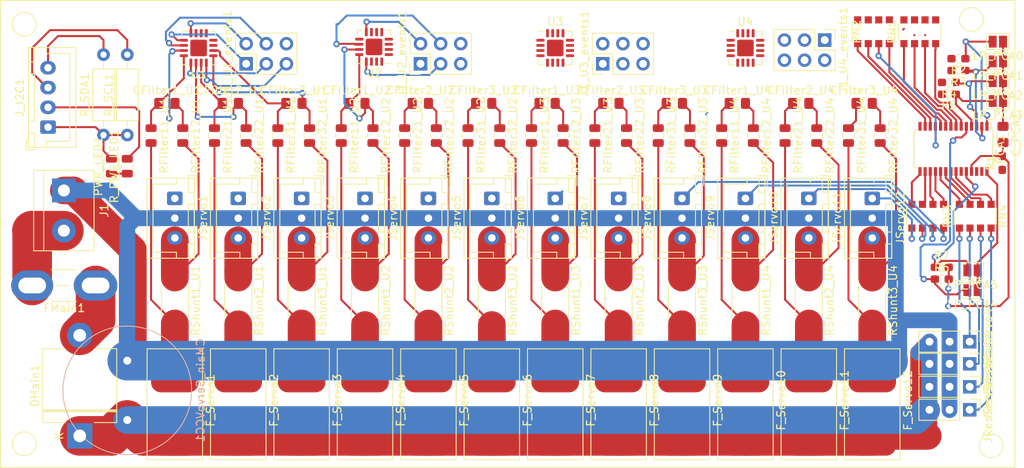
<source format=kicad_pcb>
(kicad_pcb (version 20171130) (host pcbnew "(5.1.2)-2")
  (layers (0 F.Cu signal) (31 B.Cu signal) (34 B.Paste user) (35 F.Paste user) (36 B.SilkS user) (37 F.SilkS user) (38 B.Mask user) (39 F.Mask user) (44 Edge.Cuts user))
  (net 0 "")
  (net 1 GND)
  (net 2 INA_VCC)
  (net 3 U1_IN-1)
  (net 4 U1_IN+1)
  (net 5 U2_IN-1)
  (net 6 U2_IN+1)
  (net 7 U3_IN-1)
  (net 8 U3_IN+1)
  (net 9 U4_IN+1)
  (net 10 U4_IN-1)
  (net 11 U1_IN+2)
  (net 12 U1_IN-2)
  (net 13 U2_IN+2)
  (net 14 U2_IN-2)
  (net 15 U3_IN+2)
  (net 16 U3_IN-2)
  (net 17 U4_IN+2)
  (net 18 U4_IN-2)
  (net 19 U1_IN-3)
  (net 20 U1_IN+3)
  (net 21 U2_IN+3)
  (net 22 U2_IN-3)
  (net 23 U3_IN-3)
  (net 24 U3_IN+3)
  (net 25 U4_IN+3)
  (net 26 U4_IN-3)
  (net 27 Servo_VCC)
  (net 28 Servo_GND)
  (net 29 "Net-(DMain1-Pad2)")
  (net 30 "Net-(F_Servo1-Pad2)")
  (net 31 "Net-(F_Servo2-Pad2)")
  (net 32 "Net-(F_Servo3-Pad2)")
  (net 33 "Net-(F_Servo4-Pad2)")
  (net 34 "Net-(F_Servo5-Pad2)")
  (net 35 "Net-(F_Servo6-Pad2)")
  (net 36 "Net-(F_Servo7-Pad2)")
  (net 37 "Net-(F_Servo8-Pad2)")
  (net 38 "Net-(F_Servo9-Pad2)")
  (net 39 "Net-(F_Servo10-Pad2)")
  (net 40 "Net-(F_Servo11-Pad2)")
  (net 41 "Net-(F_Servo12-Pad2)")
  (net 42 "Net-(FMain1-Pad2)")
  (net 43 U1_CRITICAL)
  (net 44 U1_WARNING)
  (net 45 U1_TC)
  (net 46 U1_PV)
  (net 47 U1_VPU)
  (net 48 U1_EP)
  (net 49 U2_EP)
  (net 50 U2_VPU)
  (net 51 U2_PV)
  (net 52 U2_TC)
  (net 53 U2_WARNING)
  (net 54 U2_CRITICAL)
  (net 55 U3_EP)
  (net 56 U3_VPU)
  (net 57 U3_PV)
  (net 58 U3_TC)
  (net 59 U3_WARNING)
  (net 60 U3_CRITICAL)
  (net 61 U4_CRITICAL)
  (net 62 U4_WARNING)
  (net 63 U4_TC)
  (net 64 U4_PV)
  (net 65 U4_VPU)
  (net 66 U4_EP)
  (net 67 SCL)
  (net 68 SDA)
  (net 69 Servo1_VCC)
  (net 70 PWM_Servo1)
  (net 71 PWM_Servo2)
  (net 72 Servo2_VCC)
  (net 73 Servo3_VCC)
  (net 74 PWM_Servo3)
  (net 75 PWM_Servo4)
  (net 76 Servo4_VCC)
  (net 77 Servo5_VCC)
  (net 78 PWM_Servo5)
  (net 79 PWM_Servo6)
  (net 80 Servo6_VCC)
  (net 81 Servo7_VCC)
  (net 82 PWM_Servo7)
  (net 83 PWM_Servo8)
  (net 84 Servo8_VCC)
  (net 85 Servo9_VCC)
  (net 86 PWM_Servo9)
  (net 87 PWM_Servo10)
  (net 88 Servo10_VCC)
  (net 89 Servo11_VCC)
  (net 90 PWM_Servo11)
  (net 91 PWM_Servo12)
  (net 92 Servo12_VCC)
  (net 93 PWM_Servo13)
  (net 94 PWM_Servo14)
  (net 95 PWM_Servo15)
  (net 96 "Net-(LP_PCA0-Pad2)")
  (net 97 "Net-(LP_PCA1-Pad2)")
  (net 98 "Net-(LP_PCA2-Pad2)")
  (net 99 "Net-(LP_PCA3-Pad2)")
  (net 100 "Net-(LP_PCA4-Pad2)")
  (net 101 "Net-(LP_PCA5-Pad2)")
  (net 102 "Net-(PCA1-Pad6)")
  (net 103 "Net-(PCA1-Pad7)")
  (net 104 "Net-(PCA1-Pad8)")
  (net 105 "Net-(PCA1-Pad9)")
  (net 106 "Net-(PCA1-Pad10)")
  (net 107 "Net-(PCA1-Pad11)")
  (net 108 "Net-(PCA1-Pad12)")
  (net 109 "Net-(PCA1-Pad13)")
  (net 110 "Net-(PCA1-Pad15)")
  (net 111 "Net-(PCA1-Pad16)")
  (net 112 "Net-(PCA1-Pad17)")
  (net 113 "Net-(PCA1-Pad18)")
  (net 114 "Net-(PCA1-Pad19)")
  (net 115 "Net-(PCA1-Pad20)")
  (net 116 "Net-(PCA1-Pad21)")
  (net 117 "Net-(PCA1-Pad22)")
  (net 118 "Net-(PCA1-Pad23)")
  (net 119 "Net-(PWR_LED1-Pad1)")
  (net 120 SCA)
  (net 121 PWM_Servo16)
  (module Connector_PinHeader_2.54mm:PinHeader_1x03_P2.54mm_Vertical (layer F.Cu) (at 148.3 84.1 270)
    (fp_text reference JResServo4 (at 0 -2.33 90) (layer F.SilkS))
    (fp_text value Conn_01x03)
    (pad 3 thru_hole oval (at 0 5.08 270) (size 1.7 1.7) (drill 1) (layers *.Cu *.Mask) (net 27 Servo_VCC))
    (pad 2 thru_hole oval (at 0 2.54 270) (size 1.7 1.7) (drill 1) (layers *.Cu *.Mask) (net 28 Servo_GND))
    (pad 1 thru_hole rect (at 0 0 270) (size 1.7 1.7) (drill 1) (layers *.Cu *.Mask) (net 121 PWM_Servo16))
  )
  (module Connector_PinHeader_2.54mm:PinHeader_1x03_P2.54mm_Vertical (layer F.Cu) (at 148.3 92.7 270)
    (fp_text reference JResServo3 (at 0 -2.33 90) (layer F.SilkS))
    (fp_text value Conn_01x03)
    (pad 3 thru_hole oval (at 0 5.08 270) (size 1.7 1.7) (drill 1) (layers *.Cu *.Mask) (net 27 Servo_VCC))
    (pad 2 thru_hole oval (at 0 2.54 270) (size 1.7 1.7) (drill 1) (layers *.Cu *.Mask) (net 28 Servo_GND))
    (pad 1 thru_hole rect (at 0 0 270) (size 1.7 1.7) (drill 1) (layers *.Cu *.Mask) (net 93 PWM_Servo13))
  )
  (module Connector_PinHeader_2.54mm:PinHeader_1x03_P2.54mm_Vertical (layer F.Cu) (at 148.3 89.8 270)
    (fp_text reference JResServo2 (at 0 -2.33 90) (layer F.SilkS))
    (fp_text value Conn_01x03)
    (pad 3 thru_hole oval (at 0 5.08 270) (size 1.7 1.7) (drill 1) (layers *.Cu *.Mask) (net 27 Servo_VCC))
    (pad 2 thru_hole oval (at 0 2.54 270) (size 1.7 1.7) (drill 1) (layers *.Cu *.Mask) (net 28 Servo_GND))
    (pad 1 thru_hole rect (at 0 0 270) (size 1.7 1.7) (drill 1) (layers *.Cu *.Mask) (net 94 PWM_Servo14))
  )
  (module Connector_PinHeader_2.54mm:PinHeader_1x03_P2.54mm_Vertical (layer F.Cu) (at 148.3 86.9 270)
    (fp_text reference JResServo1 (at 0 -2.33 90) (layer F.SilkS))
    (fp_text value Conn_01x03)
    (pad 3 thru_hole oval (at 0 5.08 270) (size 1.7 1.7) (drill 1) (layers *.Cu *.Mask) (net 27 Servo_VCC))
    (pad 2 thru_hole oval (at 0 2.54 270) (size 1.7 1.7) (drill 1) (layers *.Cu *.Mask) (net 28 Servo_GND))
    (pad 1 thru_hole rect (at 0 0 270) (size 1.7 1.7) (drill 1) (layers *.Cu *.Mask) (net 95 PWM_Servo15))
  )
  (module Resistor_SMD:R_0603_1608Metric_Pad1.05x0.95mm_HandSolder (layer F.Cu) (at 144.775 74.7)
    (fp_text reference R7 (at 0 -1.43) (layer F.SilkS))
    (fp_text value 10K)
    (pad 2 smd roundrect (at 0.875 0) (size 1.05 0.95) (layers F.Cu F.Paste F.Mask) (net 1 GND))
    (pad 1 smd roundrect (at -0.875 0) (size 1.05 0.95) (layers F.Cu F.Paste F.Mask) (net 101 "Net-(LP_PCA5-Pad2)"))
  )
  (module Resistor_SMD:R_0603_1608Metric_Pad1.05x0.95mm_HandSolder (layer F.Cu) (at 144.775 76.2)
    (fp_text reference R6 (at 0 -1.43) (layer F.SilkS))
    (fp_text value 10K)
    (pad 2 smd roundrect (at 0.875 0) (size 1.05 0.95) (layers F.Cu F.Paste F.Mask) (net 1 GND))
    (pad 1 smd roundrect (at -0.875 0) (size 1.05 0.95) (layers F.Cu F.Paste F.Mask) (net 100 "Net-(LP_PCA4-Pad2)"))
  )
  (module Resistor_SMD:R_0603_1608Metric_Pad1.05x0.95mm_HandSolder (layer F.Cu) (at 145.675 52.85 180)
    (fp_text reference R5 (at 0 -1.43) (layer F.SilkS))
    (fp_text value 10K)
    (pad 2 smd roundrect (at 0.875 0 180) (size 1.05 0.95) (layers F.Cu F.Paste F.Mask) (net 1 GND))
    (pad 1 smd roundrect (at -0.875 0 180) (size 1.05 0.95) (layers F.Cu F.Paste F.Mask) (net 99 "Net-(LP_PCA3-Pad2)"))
  )
  (module Resistor_SMD:R_0603_1608Metric_Pad1.05x0.95mm_HandSolder (layer F.Cu) (at 145.675 51.35 180)
    (fp_text reference R4 (at 0 -1.43) (layer F.SilkS))
    (fp_text value 10K)
    (pad 2 smd roundrect (at 0.875 0 180) (size 1.05 0.95) (layers F.Cu F.Paste F.Mask) (net 1 GND))
    (pad 1 smd roundrect (at -0.875 0 180) (size 1.05 0.95) (layers F.Cu F.Paste F.Mask) (net 98 "Net-(LP_PCA2-Pad2)"))
  )
  (module Resistor_SMD:R_0603_1608Metric_Pad1.05x0.95mm_HandSolder (layer F.Cu) (at 146.875 49.85 180)
    (fp_text reference R3 (at 0 -1.43) (layer F.SilkS))
    (fp_text value 10K)
    (pad 2 smd roundrect (at 0.875 0 180) (size 1.05 0.95) (layers F.Cu F.Paste F.Mask) (net 1 GND))
    (pad 1 smd roundrect (at -0.875 0 180) (size 1.05 0.95) (layers F.Cu F.Paste F.Mask) (net 97 "Net-(LP_PCA1-Pad2)"))
  )
  (module Resistor_SMD:R_0603_1608Metric_Pad1.05x0.95mm_HandSolder (layer F.Cu) (at 146.875 48.35 180)
    (fp_text reference R2 (at 0 -1.43) (layer F.SilkS))
    (fp_text value 10K)
    (pad 2 smd roundrect (at 0.875 0 180) (size 1.05 0.95) (layers F.Cu F.Paste F.Mask) (net 1 GND))
    (pad 1 smd roundrect (at -0.875 0 180) (size 1.05 0.95) (layers F.Cu F.Paste F.Mask) (net 96 "Net-(LP_PCA0-Pad2)"))
  )
  (module Resistor_SMD:R_0603_1608Metric_Pad1.05x0.95mm_HandSolder (layer F.Cu) (at 152.4 61.525 90)
    (fp_text reference R1 (at 0 -1.43 90) (layer F.SilkS))
    (fp_text value 10K)
    (pad 2 smd roundrect (at 0.875 0 90) (size 1.05 0.95) (layers F.Cu F.Paste F.Mask) (net 1 GND))
    (pad 1 smd roundrect (at -0.875 0 90) (size 1.05 0.95) (layers F.Cu F.Paste F.Mask) (net 118 "Net-(PCA1-Pad23)"))
  )
  (module Connector_PinHeader_2.54mm:PinHeader_2x03_P2.54mm_Vertical (layer F.Cu) (at 79 49 90)
    (fp_text reference J1_U2_events1 (at 1.27 -2.33 90) (layer F.SilkS))
    (fp_text value Conn_01x06)
    (pad 6 thru_hole oval (at 2.54 5.08 90) (size 1.7 1.7) (drill 1) (layers *.Cu *.Mask) (net 49 U2_EP))
    (pad 5 thru_hole oval (at 0 5.08 90) (size 1.7 1.7) (drill 1) (layers *.Cu *.Mask) (net 50 U2_VPU))
    (pad 4 thru_hole oval (at 2.54 2.54 90) (size 1.7 1.7) (drill 1) (layers *.Cu *.Mask) (net 51 U2_PV))
    (pad 3 thru_hole oval (at 0 2.54 90) (size 1.7 1.7) (drill 1) (layers *.Cu *.Mask) (net 52 U2_TC))
    (pad 2 thru_hole oval (at 2.54 0 90) (size 1.7 1.7) (drill 1) (layers *.Cu *.Mask) (net 53 U2_WARNING))
    (pad 1 thru_hole rect (at 0 0 90) (size 1.7 1.7) (drill 1) (layers *.Cu *.Mask) (net 54 U2_CRITICAL))
  )
  (module Connector_PinHeader_2.54mm:PinHeader_2x03_P2.54mm_Vertical (layer F.Cu) (at 102 49 90)
    (fp_text reference J1_U3_events1 (at 1.27 -2.33 90) (layer F.SilkS))
    (fp_text value Conn_01x06)
    (pad 6 thru_hole oval (at 2.54 5.08 90) (size 1.7 1.7) (drill 1) (layers *.Cu *.Mask) (net 55 U3_EP))
    (pad 5 thru_hole oval (at 0 5.08 90) (size 1.7 1.7) (drill 1) (layers *.Cu *.Mask) (net 56 U3_VPU))
    (pad 4 thru_hole oval (at 2.54 2.54 90) (size 1.7 1.7) (drill 1) (layers *.Cu *.Mask) (net 57 U3_PV))
    (pad 3 thru_hole oval (at 0 2.54 90) (size 1.7 1.7) (drill 1) (layers *.Cu *.Mask) (net 58 U3_TC))
    (pad 2 thru_hole oval (at 2.54 0 90) (size 1.7 1.7) (drill 1) (layers *.Cu *.Mask) (net 59 U3_WARNING))
    (pad 1 thru_hole rect (at 0 0 90) (size 1.7 1.7) (drill 1) (layers *.Cu *.Mask) (net 60 U3_CRITICAL))
  )
  (module Connector_PinHeader_2.54mm:PinHeader_2x03_P2.54mm_Vertical (layer F.Cu) (at 57 49 90)
    (fp_text reference J1_U1_events1 (at 1.27 -2.33 90) (layer F.SilkS))
    (fp_text value Conn_01x06)
    (pad 6 thru_hole oval (at 2.54 5.08 90) (size 1.7 1.7) (drill 1) (layers *.Cu *.Mask) (net 48 U1_EP))
    (pad 5 thru_hole oval (at 0 5.08 90) (size 1.7 1.7) (drill 1) (layers *.Cu *.Mask) (net 47 U1_VPU))
    (pad 4 thru_hole oval (at 2.54 2.54 90) (size 1.7 1.7) (drill 1) (layers *.Cu *.Mask) (net 46 U1_PV))
    (pad 3 thru_hole oval (at 0 2.54 90) (size 1.7 1.7) (drill 1) (layers *.Cu *.Mask) (net 45 U1_TC))
    (pad 2 thru_hole oval (at 2.54 0 90) (size 1.7 1.7) (drill 1) (layers *.Cu *.Mask) (net 44 U1_WARNING))
    (pad 1 thru_hole rect (at 0 0 90) (size 1.7 1.7) (drill 1) (layers *.Cu *.Mask) (net 43 U1_CRITICAL))
  )
  (module Connector_PinHeader_2.54mm:PinHeader_2x03_P2.54mm_Vertical (layer F.Cu) (at 130 46 270)
    (fp_text reference J1_U4_events1 (at 1.27 -2.33 90) (layer F.SilkS))
    (fp_text value Conn_01x06)
    (pad 6 thru_hole oval (at 2.54 5.08 270) (size 1.7 1.7) (drill 1) (layers *.Cu *.Mask) (net 66 U4_EP))
    (pad 5 thru_hole oval (at 0 5.08 270) (size 1.7 1.7) (drill 1) (layers *.Cu *.Mask) (net 65 U4_VPU))
    (pad 4 thru_hole oval (at 2.54 2.54 270) (size 1.7 1.7) (drill 1) (layers *.Cu *.Mask) (net 64 U4_PV))
    (pad 3 thru_hole oval (at 0 2.54 270) (size 1.7 1.7) (drill 1) (layers *.Cu *.Mask) (net 63 U4_TC))
    (pad 2 thru_hole oval (at 2.54 0 270) (size 1.7 1.7) (drill 1) (layers *.Cu *.Mask) (net 62 U4_WARNING))
    (pad 1 thru_hole rect (at 0 0 270) (size 1.7 1.7) (drill 1) (layers *.Cu *.Mask) (net 61 U4_CRITICAL))
  )
  (module Jumper:SolderJumper-2_P1.3mm_Open_Pad1.0x1.5mm (layer F.Cu) (at 148.65 75.1 180)
    (fp_text reference LP_PCA5 (at 0 -1.8) (layer F.SilkS))
    (fp_text value A5)
    (pad 1 smd rect (at -0.65 0 180) (size 1 1.5) (layers F.Cu F.Mask) (net 2 INA_VCC))
    (pad 2 smd rect (at 0.65 0 180) (size 1 1.5) (layers F.Cu F.Mask) (net 101 "Net-(LP_PCA5-Pad2)"))
  )
  (module Jumper:SolderJumper-2_P1.3mm_Open_Pad1.0x1.5mm (layer F.Cu) (at 148.65 77.6 180)
    (fp_text reference LP_PCA4 (at 0 -1.8) (layer F.SilkS))
    (fp_text value A4)
    (pad 1 smd rect (at -0.65 0 180) (size 1 1.5) (layers F.Cu F.Mask) (net 2 INA_VCC))
    (pad 2 smd rect (at 0.65 0 180) (size 1 1.5) (layers F.Cu F.Mask) (net 100 "Net-(LP_PCA4-Pad2)"))
  )
  (module Jumper:SolderJumper-2_P1.3mm_Open_Pad1.0x1.5mm (layer F.Cu) (at 151.85 53.7 180)
    (fp_text reference LP_PCA3 (at 0 -1.8) (layer F.SilkS))
    (fp_text value A3)
    (pad 1 smd rect (at -0.65 0 180) (size 1 1.5) (layers F.Cu F.Mask) (net 2 INA_VCC))
    (pad 2 smd rect (at 0.65 0 180) (size 1 1.5) (layers F.Cu F.Mask) (net 99 "Net-(LP_PCA3-Pad2)"))
  )
  (module Jumper:SolderJumper-2_P1.3mm_Open_Pad1.0x1.5mm (layer F.Cu) (at 151.85 51.2 180)
    (fp_text reference LP_PCA2 (at 0 -1.8) (layer F.SilkS))
    (fp_text value A2)
    (pad 1 smd rect (at -0.65 0 180) (size 1 1.5) (layers F.Cu F.Mask) (net 2 INA_VCC))
    (pad 2 smd rect (at 0.65 0 180) (size 1 1.5) (layers F.Cu F.Mask) (net 98 "Net-(LP_PCA2-Pad2)"))
  )
  (module Jumper:SolderJumper-2_P1.3mm_Open_Pad1.0x1.5mm (layer F.Cu) (at 151.85 48.7 180)
    (fp_text reference LP_PCA1 (at 0 -1.8) (layer F.SilkS))
    (fp_text value A1)
    (pad 1 smd rect (at -0.65 0 180) (size 1 1.5) (layers F.Cu F.Mask) (net 2 INA_VCC))
    (pad 2 smd rect (at 0.65 0 180) (size 1 1.5) (layers F.Cu F.Mask) (net 97 "Net-(LP_PCA1-Pad2)"))
  )
  (module Jumper:SolderJumper-2_P1.3mm_Open_Pad1.0x1.5mm (layer F.Cu) (at 151.85 46.2 180)
    (fp_text reference LP_PCA0 (at 0 -1.8) (layer F.SilkS))
    (fp_text value A0)
    (pad 1 smd rect (at -0.65 0 180) (size 1 1.5) (layers F.Cu F.Mask) (net 2 INA_VCC))
    (pad 2 smd rect (at 0.65 0 180) (size 1 1.5) (layers F.Cu F.Mask) (net 96 "Net-(LP_PCA0-Pad2)"))
  )
  (module Capacitor_SMD:C_0805_2012Metric_Pad1.15x1.40mm_HandSolder (layer F.Cu) (at 152.5 57.925 270)
    (fp_text reference C_PCA1 (at 0 -1.65 90) (layer F.SilkS))
    (fp_text value 10uF)
    (pad 2 smd roundrect (at 1.025 0 270) (size 1.15 1.4) (layers F.Cu F.Paste F.Mask) (roundrect_rratio 0.217391) (net 1 GND))
    (pad 1 smd roundrect (at -1.025 0 270) (size 1.15 1.4) (layers F.Cu F.Paste F.Mask) (roundrect_rratio 0.217391) (net 2 INA_VCC))
  )
  (module Capacitor_SMD:C_0805_2012Metric_Pad1.15x1.40mm_HandSolder (layer F.Cu) (at 47 54)
    (fp_text reference CFilter1_U1 (at 0 -1.65) (layer F.SilkS))
    (fp_text value 1uF)
    (pad 2 smd roundrect (at 1.025 0) (size 1.15 1.4) (layers F.Cu F.Paste F.Mask) (roundrect_rratio 0.217391) (net 3 U1_IN-1))
    (pad 1 smd roundrect (at -1.025 0) (size 1.15 1.4) (layers F.Cu F.Paste F.Mask) (roundrect_rratio 0.217391) (net 4 U1_IN+1))
  )
  (module Capacitor_SMD:C_0805_2012Metric_Pad1.15x1.40mm_HandSolder (layer F.Cu) (at 70.975 54)
    (fp_text reference CFilter1_U2 (at 0 -1.65) (layer F.SilkS))
    (fp_text value 1uF)
    (pad 2 smd roundrect (at 1.025 0) (size 1.15 1.4) (layers F.Cu F.Paste F.Mask) (roundrect_rratio 0.217391) (net 5 U2_IN-1))
    (pad 1 smd roundrect (at -1.025 0) (size 1.15 1.4) (layers F.Cu F.Paste F.Mask) (roundrect_rratio 0.217391) (net 6 U2_IN+1))
  )
  (module Capacitor_SMD:C_0805_2012Metric_Pad1.15x1.40mm_HandSolder (layer F.Cu) (at 94.975 54)
    (fp_text reference CFilter1_U3 (at 0 -1.65) (layer F.SilkS))
    (fp_text value 1uF)
    (pad 2 smd roundrect (at 1.025 0) (size 1.15 1.4) (layers F.Cu F.Paste F.Mask) (roundrect_rratio 0.217391) (net 7 U3_IN-1))
    (pad 1 smd roundrect (at -1.025 0) (size 1.15 1.4) (layers F.Cu F.Paste F.Mask) (roundrect_rratio 0.217391) (net 8 U3_IN+1))
  )
  (module Capacitor_SMD:C_0805_2012Metric_Pad1.15x1.40mm_HandSolder (layer F.Cu) (at 118.975 54)
    (fp_text reference CFilter1_U4 (at 0 -1.65) (layer F.SilkS))
    (fp_text value 1uF)
    (pad 1 smd roundrect (at -1.025 0) (size 1.15 1.4) (layers F.Cu F.Paste F.Mask) (roundrect_rratio 0.217391) (net 9 U4_IN+1))
    (pad 2 smd roundrect (at 1.025 0) (size 1.15 1.4) (layers F.Cu F.Paste F.Mask) (roundrect_rratio 0.217391) (net 10 U4_IN-1))
  )
  (module Capacitor_SMD:C_0805_2012Metric_Pad1.15x1.40mm_HandSolder (layer F.Cu) (at 55 54)
    (fp_text reference CFilter2_U1 (at 0 -1.65) (layer F.SilkS))
    (fp_text value 1uF)
    (pad 1 smd roundrect (at -1.025 0) (size 1.15 1.4) (layers F.Cu F.Paste F.Mask) (roundrect_rratio 0.217391) (net 11 U1_IN+2))
    (pad 2 smd roundrect (at 1.025 0) (size 1.15 1.4) (layers F.Cu F.Paste F.Mask) (roundrect_rratio 0.217391) (net 12 U1_IN-2))
  )
  (module Capacitor_SMD:C_0805_2012Metric_Pad1.15x1.40mm_HandSolder (layer F.Cu) (at 78.975 54)
    (fp_text reference CFilter2_U2 (at 0 -1.65) (layer F.SilkS))
    (fp_text value 1uF)
    (pad 1 smd roundrect (at -1.025 0) (size 1.15 1.4) (layers F.Cu F.Paste F.Mask) (roundrect_rratio 0.217391) (net 13 U2_IN+2))
    (pad 2 smd roundrect (at 1.025 0) (size 1.15 1.4) (layers F.Cu F.Paste F.Mask) (roundrect_rratio 0.217391) (net 14 U2_IN-2))
  )
  (module Capacitor_SMD:C_0805_2012Metric_Pad1.15x1.40mm_HandSolder (layer F.Cu) (at 103.025 54)
    (fp_text reference CFilter2_U3 (at 0 -1.65) (layer F.SilkS))
    (fp_text value 1uF)
    (pad 1 smd roundrect (at -1.025 0) (size 1.15 1.4) (layers F.Cu F.Paste F.Mask) (roundrect_rratio 0.217391) (net 15 U3_IN+2))
    (pad 2 smd roundrect (at 1.025 0) (size 1.15 1.4) (layers F.Cu F.Paste F.Mask) (roundrect_rratio 0.217391) (net 16 U3_IN-2))
  )
  (module Capacitor_SMD:C_0805_2012Metric_Pad1.15x1.40mm_HandSolder (layer F.Cu) (at 126.975 54)
    (fp_text reference CFilter2_U4 (at 0 -1.65) (layer F.SilkS))
    (fp_text value 1uF)
    (pad 1 smd roundrect (at -1.025 0) (size 1.15 1.4) (layers F.Cu F.Paste F.Mask) (roundrect_rratio 0.217391) (net 17 U4_IN+2))
    (pad 2 smd roundrect (at 1.025 0) (size 1.15 1.4) (layers F.Cu F.Paste F.Mask) (roundrect_rratio 0.217391) (net 18 U4_IN-2))
  )
  (module Capacitor_SMD:C_0805_2012Metric_Pad1.15x1.40mm_HandSolder (layer F.Cu) (at 63.025 54)
    (fp_text reference CFilter3_U1 (at 0 -1.65) (layer F.SilkS))
    (fp_text value 1uF)
    (pad 2 smd roundrect (at 1.025 0) (size 1.15 1.4) (layers F.Cu F.Paste F.Mask) (roundrect_rratio 0.217391) (net 19 U1_IN-3))
    (pad 1 smd roundrect (at -1.025 0) (size 1.15 1.4) (layers F.Cu F.Paste F.Mask) (roundrect_rratio 0.217391) (net 20 U1_IN+3))
  )
  (module Capacitor_SMD:C_0805_2012Metric_Pad1.15x1.40mm_HandSolder (layer F.Cu) (at 86.975 54)
    (fp_text reference CFilter3_U2 (at 0 -1.65) (layer F.SilkS))
    (fp_text value 1uF)
    (pad 1 smd roundrect (at -1.025 0) (size 1.15 1.4) (layers F.Cu F.Paste F.Mask) (roundrect_rratio 0.217391) (net 21 U2_IN+3))
    (pad 2 smd roundrect (at 1.025 0) (size 1.15 1.4) (layers F.Cu F.Paste F.Mask) (roundrect_rratio 0.217391) (net 22 U2_IN-3))
  )
  (module Capacitor_SMD:C_0805_2012Metric_Pad1.15x1.40mm_HandSolder (layer F.Cu) (at 111.025 54)
    (fp_text reference CFilter3_U3 (at 0 -1.65) (layer F.SilkS))
    (fp_text value 1uF)
    (pad 2 smd roundrect (at 1.025 0) (size 1.15 1.4) (layers F.Cu F.Paste F.Mask) (roundrect_rratio 0.217391) (net 23 U3_IN-3))
    (pad 1 smd roundrect (at -1.025 0) (size 1.15 1.4) (layers F.Cu F.Paste F.Mask) (roundrect_rratio 0.217391) (net 24 U3_IN+3))
  )
  (module Capacitor_SMD:C_0805_2012Metric_Pad1.15x1.40mm_HandSolder (layer F.Cu) (at 134.975 54)
    (fp_text reference CFilter3_U4 (at 0 -1.65) (layer F.SilkS))
    (fp_text value 1uF)
    (pad 1 smd roundrect (at -1.025 0) (size 1.15 1.4) (layers F.Cu F.Paste F.Mask) (roundrect_rratio 0.217391) (net 25 U4_IN+3))
    (pad 2 smd roundrect (at 1.025 0) (size 1.15 1.4) (layers F.Cu F.Paste F.Mask) (roundrect_rratio 0.217391) (net 26 U4_IN-3))
  )
  (module Capacitor_THT:C_Radial_D16.0mm_H25.0mm_P7.50mm (layer B.Cu) (at 42 94 90)
    (fp_text reference CMain_ServoVCC1 (at 3.75 9.25 -90) (layer B.SilkS) (effects (justify mirror)))
    (fp_text value 2200uF)
    (pad 1 thru_hole circle (at 0 0 90) (size 2 2) (drill 1) (layers *.Cu *.Mask) (net 27 Servo_VCC))
    (pad 2 thru_hole circle (at 7.5 0 90) (size 2 2) (drill 1) (layers *.Cu *.Mask) (net 28 Servo_GND))
  )
  (module Diode_THT:D_P600_R-6_P12.70mm_Horizontal (layer F.Cu) (at 36 96 90)
    (fp_text reference DMain1 (at 6.35 -5.67 90) (layer F.SilkS))
    (fp_text value "Schottky 30V25A")
    (fp_text user K (at 0 -2.6 90) (layer F.SilkS))
    (pad 1 thru_hole rect (at 0 0 90) (size 3.2 3.2) (drill 1.6) (layers *.Cu *.Mask) (net 27 Servo_VCC))
    (pad 2 thru_hole oval (at 12.7 0 90) (size 3.2 3.2) (drill 1.6) (layers *.Cu *.Mask) (net 29 "Net-(DMain1-Pad2)"))
  )
  (module SpotMicroAI:FuseHolder_Schurter_OMH125 (layer F.Cu) (at 45 90 90)
    (fp_text reference F_Servo1 (at -1.5 7.5 90) (layer F.SilkS))
    (fp_text value 5A)
    (pad 1 smd roundrect (at -6 3 90) (size 5 6) (layers F.Cu F.Paste F.Mask) (net 27 Servo_VCC))
    (pad 2 smd roundrect (at 2 3 90) (size 5 6) (layers F.Cu F.Paste F.Mask) (net 30 "Net-(F_Servo1-Pad2)"))
  )
  (module SpotMicroAI:FuseHolder_Schurter_OMH125 (layer F.Cu) (at 53 90 90)
    (fp_text reference F_Servo2 (at -1.5 7.5 90) (layer F.SilkS))
    (fp_text value 5A)
    (pad 1 smd roundrect (at -6 3 90) (size 5 6) (layers F.Cu F.Paste F.Mask) (net 27 Servo_VCC))
    (pad 2 smd roundrect (at 2 3 90) (size 5 6) (layers F.Cu F.Paste F.Mask) (net 31 "Net-(F_Servo2-Pad2)"))
  )
  (module SpotMicroAI:FuseHolder_Schurter_OMH125 (layer F.Cu) (at 61 90 90)
    (fp_text reference F_Servo3 (at -1.5 7.5 90) (layer F.SilkS))
    (fp_text value 5A)
    (pad 1 smd roundrect (at -6 3 90) (size 5 6) (layers F.Cu F.Paste F.Mask) (net 27 Servo_VCC))
    (pad 2 smd roundrect (at 2 3 90) (size 5 6) (layers F.Cu F.Paste F.Mask) (net 32 "Net-(F_Servo3-Pad2)"))
  )
  (module SpotMicroAI:FuseHolder_Schurter_OMH125 (layer F.Cu) (at 69 90 90)
    (fp_text reference F_Servo4 (at -1.5 7.5 90) (layer F.SilkS))
    (fp_text value 5A)
    (pad 2 smd roundrect (at 2 3 90) (size 5 6) (layers F.Cu F.Paste F.Mask) (net 33 "Net-(F_Servo4-Pad2)"))
    (pad 1 smd roundrect (at -6 3 90) (size 5 6) (layers F.Cu F.Paste F.Mask) (net 27 Servo_VCC))
  )
  (module SpotMicroAI:FuseHolder_Schurter_OMH125 (layer F.Cu) (at 77 90 90)
    (fp_text reference F_Servo5 (at -1.5 7.5 90) (layer F.SilkS))
    (fp_text value 5A)
    (pad 2 smd roundrect (at 2 3 90) (size 5 6) (layers F.Cu F.Paste F.Mask) (net 34 "Net-(F_Servo5-Pad2)"))
    (pad 1 smd roundrect (at -6 3 90) (size 5 6) (layers F.Cu F.Paste F.Mask) (net 27 Servo_VCC))
  )
  (module SpotMicroAI:FuseHolder_Schurter_OMH125 (layer F.Cu) (at 85 90 90)
    (fp_text reference F_Servo6 (at -1.5 7.5 90) (layer F.SilkS))
    (fp_text value 5A)
    (pad 2 smd roundrect (at 2 3 90) (size 5 6) (layers F.Cu F.Paste F.Mask) (net 35 "Net-(F_Servo6-Pad2)"))
    (pad 1 smd roundrect (at -6 3 90) (size 5 6) (layers F.Cu F.Paste F.Mask) (net 27 Servo_VCC))
  )
  (module SpotMicroAI:FuseHolder_Schurter_OMH125 (layer F.Cu) (at 93 90 90)
    (fp_text reference F_Servo7 (at -1.5 7.5 90) (layer F.SilkS))
    (fp_text value 5A)
    (pad 2 smd roundrect (at 2 3 90) (size 5 6) (layers F.Cu F.Paste F.Mask) (net 36 "Net-(F_Servo7-Pad2)"))
    (pad 1 smd roundrect (at -6 3 90) (size 5 6) (layers F.Cu F.Paste F.Mask) (net 27 Servo_VCC))
  )
  (module SpotMicroAI:FuseHolder_Schurter_OMH125 (layer F.Cu) (at 101 90 90)
    (fp_text reference F_Servo8 (at -1.5 7.5 90) (layer F.SilkS))
    (fp_text value 5A)
    (pad 1 smd roundrect (at -6 3 90) (size 5 6) (layers F.Cu F.Paste F.Mask) (net 27 Servo_VCC))
    (pad 2 smd roundrect (at 2 3 90) (size 5 6) (layers F.Cu F.Paste F.Mask) (net 37 "Net-(F_Servo8-Pad2)"))
  )
  (module SpotMicroAI:FuseHolder_Schurter_OMH125 (layer F.Cu) (at 109 90 90)
    (fp_text reference F_Servo9 (at -1.5 7.5 90) (layer F.SilkS))
    (fp_text value 5A)
    (pad 1 smd roundrect (at -6 3 90) (size 5 6) (layers F.Cu F.Paste F.Mask) (net 27 Servo_VCC))
    (pad 2 smd roundrect (at 2 3 90) (size 5 6) (layers F.Cu F.Paste F.Mask) (net 38 "Net-(F_Servo9-Pad2)"))
  )
  (module SpotMicroAI:FuseHolder_Schurter_OMH125 (layer F.Cu) (at 117 90 90)
    (fp_text reference F_Servo10 (at -1.5 7.5 90) (layer F.SilkS))
    (fp_text value 5A)
    (pad 2 smd roundrect (at 2 3 90) (size 5 6) (layers F.Cu F.Paste F.Mask) (net 39 "Net-(F_Servo10-Pad2)"))
    (pad 1 smd roundrect (at -6 3 90) (size 5 6) (layers F.Cu F.Paste F.Mask) (net 27 Servo_VCC))
  )
  (module SpotMicroAI:FuseHolder_Schurter_OMH125 (layer F.Cu) (at 125 90 90)
    (fp_text reference F_Servo11 (at -1.5 7.5 90) (layer F.SilkS))
    (fp_text value 5A)
    (pad 2 smd roundrect (at 2 3 90) (size 5 6) (layers F.Cu F.Paste F.Mask) (net 40 "Net-(F_Servo11-Pad2)"))
    (pad 1 smd roundrect (at -6 3 90) (size 5 6) (layers F.Cu F.Paste F.Mask) (net 27 Servo_VCC))
  )
  (module SpotMicroAI:FuseHolder_Schurter_OMH125 (layer F.Cu) (at 133 90 90)
    (fp_text reference F_Servo12 (at -1.5 7.5 90) (layer F.SilkS))
    (fp_text value 5A)
    (pad 1 smd roundrect (at -6 3 90) (size 5 6) (layers F.Cu F.Paste F.Mask) (net 27 Servo_VCC))
    (pad 2 smd roundrect (at 2 3 90) (size 5 6) (layers F.Cu F.Paste F.Mask) (net 41 "Net-(F_Servo12-Pad2)"))
  )
  (module Fuse:Fuse_Blade_Mini_directSolder (layer F.Cu) (at 38 77 180)
    (fp_text reference FMain1 (at 3.95 -2.85) (layer F.SilkS))
    (fp_text value 20A)
    (pad 1 thru_hole oval (at 0 0 180) (size 5.5 3.8) (drill oval 3.5 2) (layers *.Cu *.Mask) (net 29 "Net-(DMain1-Pad2)"))
    (pad 2 thru_hole oval (at 8 0 180) (size 5.3 3.8) (drill oval 3.5 2) (layers *.Cu *.Mask) (net 42 "Net-(FMain1-Pad2)"))
  )
  (module TerminalBlock:TerminalBlock_bornier-2_P5.08mm (layer F.Cu) (at 34 65 270)
    (fp_text reference J1 (at 2.54 -5.08 90) (layer F.SilkS))
    (fp_text value Screw_Terminal_01x02)
    (pad 1 thru_hole rect (at 0 0 270) (size 3 3) (drill 1.52) (layers *.Cu *.Mask) (net 28 Servo_GND))
    (pad 2 thru_hole circle (at 5.08 0 270) (size 3 3) (drill 1.52) (layers *.Cu *.Mask) (net 42 "Net-(FMain1-Pad2)"))
  )
  (module Connector_JST:JST_XH_B4B-XH-A_1x04_P2.50mm_Vertical (layer F.Cu) (at 32 57 90)
    (fp_text reference J_I2C1 (at 3.75 -3.55 90) (layer F.SilkS))
    (fp_text value Conn_01x04)
    (pad 1 thru_hole roundrect (at 0 0 90) (size 1.7 1.95) (drill 0.95) (layers *.Cu *.Mask) (roundrect_rratio 0.147059) (net 2 INA_VCC))
    (pad 2 thru_hole oval (at 2.5 0 90) (size 1.7 1.95) (drill 0.95) (layers *.Cu *.Mask) (net 1 GND))
    (pad 3 thru_hole oval (at 5 0 90) (size 1.7 1.95) (drill 0.95) (layers *.Cu *.Mask) (net 67 SCL))
    (pad 4 thru_hole oval (at 7.5 0 90) (size 1.7 1.95) (drill 0.95) (layers *.Cu *.Mask) (net 68 SDA))
  )
  (module Connector_JST:JST_XH_B3B-XH-A_1x03_P2.50mm_Vertical (layer F.Cu) (at 48 66 270)
    (fp_text reference JServo1 (at 2.5 -3.55 90) (layer F.SilkS))
    (fp_text value Conn_01x03)
    (pad 3 thru_hole oval (at 5 0 270) (size 1.7 1.95) (drill 0.95) (layers *.Cu *.Mask) (net 69 Servo1_VCC))
    (pad 2 thru_hole oval (at 2.5 0 270) (size 1.7 1.95) (drill 0.95) (layers *.Cu *.Mask) (net 28 Servo_GND))
    (pad 1 thru_hole roundrect (at 0 0 270) (size 1.7 1.95) (drill 0.95) (layers *.Cu *.Mask) (roundrect_rratio 0.147059) (net 70 PWM_Servo1))
  )
  (module Connector_JST:JST_XH_B3B-XH-A_1x03_P2.50mm_Vertical (layer F.Cu) (at 56 66 270)
    (fp_text reference JServo2 (at 2.5 -3.55 90) (layer F.SilkS))
    (fp_text value Conn_01x03)
    (pad 1 thru_hole roundrect (at 0 0 270) (size 1.7 1.95) (drill 0.95) (layers *.Cu *.Mask) (roundrect_rratio 0.147059) (net 71 PWM_Servo2))
    (pad 2 thru_hole oval (at 2.5 0 270) (size 1.7 1.95) (drill 0.95) (layers *.Cu *.Mask) (net 28 Servo_GND))
    (pad 3 thru_hole oval (at 5 0 270) (size 1.7 1.95) (drill 0.95) (layers *.Cu *.Mask) (net 72 Servo2_VCC))
  )
  (module Connector_JST:JST_XH_B3B-XH-A_1x03_P2.50mm_Vertical (layer F.Cu) (at 64 66 270)
    (fp_text reference JServo3 (at 2.5 -3.55 90) (layer F.SilkS))
    (fp_text value Conn_01x03)
    (pad 3 thru_hole oval (at 5 0 270) (size 1.7 1.95) (drill 0.95) (layers *.Cu *.Mask) (net 73 Servo3_VCC))
    (pad 2 thru_hole oval (at 2.5 0 270) (size 1.7 1.95) (drill 0.95) (layers *.Cu *.Mask) (net 28 Servo_GND))
    (pad 1 thru_hole roundrect (at 0 0 270) (size 1.7 1.95) (drill 0.95) (layers *.Cu *.Mask) (roundrect_rratio 0.147059) (net 74 PWM_Servo3))
  )
  (module Connector_JST:JST_XH_B3B-XH-A_1x03_P2.50mm_Vertical (layer F.Cu) (at 72 66 270)
    (fp_text reference JServo4 (at 2.5 -3.55 90) (layer F.SilkS))
    (fp_text value Conn_01x03)
    (pad 1 thru_hole roundrect (at 0 0 270) (size 1.7 1.95) (drill 0.95) (layers *.Cu *.Mask) (roundrect_rratio 0.147059) (net 75 PWM_Servo4))
    (pad 2 thru_hole oval (at 2.5 0 270) (size 1.7 1.95) (drill 0.95) (layers *.Cu *.Mask) (net 28 Servo_GND))
    (pad 3 thru_hole oval (at 5 0 270) (size 1.7 1.95) (drill 0.95) (layers *.Cu *.Mask) (net 76 Servo4_VCC))
  )
  (module Connector_JST:JST_XH_B3B-XH-A_1x03_P2.50mm_Vertical (layer F.Cu) (at 80 66 270)
    (fp_text reference JServo5 (at 2.5 -3.55 90) (layer F.SilkS))
    (fp_text value Conn_01x03)
    (pad 3 thru_hole oval (at 5 0 270) (size 1.7 1.95) (drill 0.95) (layers *.Cu *.Mask) (net 77 Servo5_VCC))
    (pad 2 thru_hole oval (at 2.5 0 270) (size 1.7 1.95) (drill 0.95) (layers *.Cu *.Mask) (net 28 Servo_GND))
    (pad 1 thru_hole roundrect (at 0 0 270) (size 1.7 1.95) (drill 0.95) (layers *.Cu *.Mask) (roundrect_rratio 0.147059) (net 78 PWM_Servo5))
  )
  (module Connector_JST:JST_XH_B3B-XH-A_1x03_P2.50mm_Vertical (layer F.Cu) (at 88 66 270)
    (fp_text reference JServo6 (at 2.5 -3.55 90) (layer F.SilkS))
    (fp_text value Conn_01x03)
    (pad 1 thru_hole roundrect (at 0 0 270) (size 1.7 1.95) (drill 0.95) (layers *.Cu *.Mask) (roundrect_rratio 0.147059) (net 79 PWM_Servo6))
    (pad 2 thru_hole oval (at 2.5 0 270) (size 1.7 1.95) (drill 0.95) (layers *.Cu *.Mask) (net 28 Servo_GND))
    (pad 3 thru_hole oval (at 5 0 270) (size 1.7 1.95) (drill 0.95) (layers *.Cu *.Mask) (net 80 Servo6_VCC))
  )
  (module Connector_JST:JST_XH_B3B-XH-A_1x03_P2.50mm_Vertical (layer F.Cu) (at 96 66 270)
    (fp_text reference JServo7 (at 2.5 -3.55 90) (layer F.SilkS))
    (fp_text value Conn_01x03)
    (pad 3 thru_hole oval (at 5 0 270) (size 1.7 1.95) (drill 0.95) (layers *.Cu *.Mask) (net 81 Servo7_VCC))
    (pad 2 thru_hole oval (at 2.5 0 270) (size 1.7 1.95) (drill 0.95) (layers *.Cu *.Mask) (net 28 Servo_GND))
    (pad 1 thru_hole roundrect (at 0 0 270) (size 1.7 1.95) (drill 0.95) (layers *.Cu *.Mask) (roundrect_rratio 0.147059) (net 82 PWM_Servo7))
  )
  (module Connector_JST:JST_XH_B3B-XH-A_1x03_P2.50mm_Vertical (layer F.Cu) (at 104 66 270)
    (fp_text reference JServo8 (at 2.5 -3.55 90) (layer F.SilkS))
    (fp_text value Conn_01x03)
    (pad 1 thru_hole roundrect (at 0 0 270) (size 1.7 1.95) (drill 0.95) (layers *.Cu *.Mask) (roundrect_rratio 0.147059) (net 83 PWM_Servo8))
    (pad 2 thru_hole oval (at 2.5 0 270) (size 1.7 1.95) (drill 0.95) (layers *.Cu *.Mask) (net 28 Servo_GND))
    (pad 3 thru_hole oval (at 5 0 270) (size 1.7 1.95) (drill 0.95) (layers *.Cu *.Mask) (net 84 Servo8_VCC))
  )
  (module Connector_JST:JST_XH_B3B-XH-A_1x03_P2.50mm_Vertical (layer F.Cu) (at 112 66 270)
    (fp_text reference JServo9 (at 2.5 -3.55 90) (layer F.SilkS))
    (fp_text value Conn_01x03)
    (pad 3 thru_hole oval (at 5 0 270) (size 1.7 1.95) (drill 0.95) (layers *.Cu *.Mask) (net 85 Servo9_VCC))
    (pad 2 thru_hole oval (at 2.5 0 270) (size 1.7 1.95) (drill 0.95) (layers *.Cu *.Mask) (net 28 Servo_GND))
    (pad 1 thru_hole roundrect (at 0 0 270) (size 1.7 1.95) (drill 0.95) (layers *.Cu *.Mask) (roundrect_rratio 0.147059) (net 86 PWM_Servo9))
  )
  (module Connector_JST:JST_XH_B3B-XH-A_1x03_P2.50mm_Vertical (layer F.Cu) (at 120 66 270)
    (fp_text reference JServo10 (at 2.5 -3.55 90) (layer F.SilkS))
    (fp_text value Conn_01x03)
    (pad 1 thru_hole roundrect (at 0 0 270) (size 1.7 1.95) (drill 0.95) (layers *.Cu *.Mask) (roundrect_rratio 0.147059) (net 87 PWM_Servo10))
    (pad 2 thru_hole oval (at 2.5 0 270) (size 1.7 1.95) (drill 0.95) (layers *.Cu *.Mask) (net 28 Servo_GND))
    (pad 3 thru_hole oval (at 5 0 270) (size 1.7 1.95) (drill 0.95) (layers *.Cu *.Mask) (net 88 Servo10_VCC))
  )
  (module Connector_JST:JST_XH_B3B-XH-A_1x03_P2.50mm_Vertical (layer F.Cu) (at 128 66 270)
    (fp_text reference JServo11 (at 2.5 -3.55 90) (layer F.SilkS))
    (fp_text value Conn_01x03)
    (pad 3 thru_hole oval (at 5 0 270) (size 1.7 1.95) (drill 0.95) (layers *.Cu *.Mask) (net 89 Servo11_VCC))
    (pad 2 thru_hole oval (at 2.5 0 270) (size 1.7 1.95) (drill 0.95) (layers *.Cu *.Mask) (net 28 Servo_GND))
    (pad 1 thru_hole roundrect (at 0 0 270) (size 1.7 1.95) (drill 0.95) (layers *.Cu *.Mask) (roundrect_rratio 0.147059) (net 90 PWM_Servo11))
  )
  (module Connector_JST:JST_XH_B3B-XH-A_1x03_P2.50mm_Vertical (layer F.Cu) (at 136 66 270)
    (fp_text reference JServo12 (at 2.5 -3.55 90) (layer F.SilkS))
    (fp_text value Conn_01x03)
    (pad 1 thru_hole roundrect (at 0 0 270) (size 1.7 1.95) (drill 0.95) (layers *.Cu *.Mask) (roundrect_rratio 0.147059) (net 91 PWM_Servo12))
    (pad 2 thru_hole oval (at 2.5 0 270) (size 1.7 1.95) (drill 0.95) (layers *.Cu *.Mask) (net 28 Servo_GND))
    (pad 3 thru_hole oval (at 5 0 270) (size 1.7 1.95) (drill 0.95) (layers *.Cu *.Mask) (net 92 Servo12_VCC))
  )
  (module Package_SO:TSSOP-28_4.4x9.7mm_P0.65mm (layer F.Cu) (at 146.25 59.75 270)
    (fp_text reference PCA1 (at 0 -5.9 90) (layer F.SilkS))
    (fp_text value PCA9685PW)
    (pad 1 smd rect (at -2.85 -4.225 270) (size 1.1 0.4) (layers F.Cu F.Paste F.Mask) (net 96 "Net-(LP_PCA0-Pad2)"))
    (pad 2 smd rect (at -2.85 -3.575 270) (size 1.1 0.4) (layers F.Cu F.Paste F.Mask) (net 97 "Net-(LP_PCA1-Pad2)"))
    (pad 3 smd rect (at -2.85 -2.925 270) (size 1.1 0.4) (layers F.Cu F.Paste F.Mask) (net 98 "Net-(LP_PCA2-Pad2)"))
    (pad 4 smd rect (at -2.85 -2.275 270) (size 1.1 0.4) (layers F.Cu F.Paste F.Mask) (net 99 "Net-(LP_PCA3-Pad2)"))
    (pad 5 smd rect (at -2.85 -1.625 270) (size 1.1 0.4) (layers F.Cu F.Paste F.Mask) (net 100 "Net-(LP_PCA4-Pad2)"))
    (pad 6 smd rect (at -2.85 -0.975 270) (size 1.1 0.4) (layers F.Cu F.Paste F.Mask) (net 102 "Net-(PCA1-Pad6)"))
    (pad 7 smd rect (at -2.85 -0.325 270) (size 1.1 0.4) (layers F.Cu F.Paste F.Mask) (net 103 "Net-(PCA1-Pad7)"))
    (pad 8 smd rect (at -2.85 0.325 270) (size 1.1 0.4) (layers F.Cu F.Paste F.Mask) (net 104 "Net-(PCA1-Pad8)"))
    (pad 9 smd rect (at -2.85 0.975 270) (size 1.1 0.4) (layers F.Cu F.Paste F.Mask) (net 105 "Net-(PCA1-Pad9)"))
    (pad 10 smd rect (at -2.85 1.625 270) (size 1.1 0.4) (layers F.Cu F.Paste F.Mask) (net 106 "Net-(PCA1-Pad10)"))
    (pad 11 smd rect (at -2.85 2.275 270) (size 1.1 0.4) (layers F.Cu F.Paste F.Mask) (net 107 "Net-(PCA1-Pad11)"))
    (pad 12 smd rect (at -2.85 2.925 270) (size 1.1 0.4) (layers F.Cu F.Paste F.Mask) (net 108 "Net-(PCA1-Pad12)"))
    (pad 13 smd rect (at -2.85 3.575 270) (size 1.1 0.4) (layers F.Cu F.Paste F.Mask) (net 109 "Net-(PCA1-Pad13)"))
    (pad 14 smd rect (at -2.85 4.225 270) (size 1.1 0.4) (layers F.Cu F.Paste F.Mask) (net 1 GND))
    (pad 15 smd rect (at 2.85 4.225 270) (size 1.1 0.4) (layers F.Cu F.Paste F.Mask) (net 110 "Net-(PCA1-Pad15)"))
    (pad 16 smd rect (at 2.85 3.575 270) (size 1.1 0.4) (layers F.Cu F.Paste F.Mask) (net 111 "Net-(PCA1-Pad16)"))
    (pad 17 smd rect (at 2.85 2.925 270) (size 1.1 0.4) (layers F.Cu F.Paste F.Mask) (net 112 "Net-(PCA1-Pad17)"))
    (pad 18 smd rect (at 2.85 2.275 270) (size 1.1 0.4) (layers F.Cu F.Paste F.Mask) (net 113 "Net-(PCA1-Pad18)"))
    (pad 19 smd rect (at 2.85 1.625 270) (size 1.1 0.4) (layers F.Cu F.Paste F.Mask) (net 114 "Net-(PCA1-Pad19)"))
    (pad 20 smd rect (at 2.85 0.975 270) (size 1.1 0.4) (layers F.Cu F.Paste F.Mask) (net 115 "Net-(PCA1-Pad20)"))
    (pad 21 smd rect (at 2.85 0.325 270) (size 1.1 0.4) (layers F.Cu F.Paste F.Mask) (net 116 "Net-(PCA1-Pad21)"))
    (pad 22 smd rect (at 2.85 -0.325 270) (size 1.1 0.4) (layers F.Cu F.Paste F.Mask) (net 117 "Net-(PCA1-Pad22)"))
    (pad 23 smd rect (at 2.85 -0.975 270) (size 1.1 0.4) (layers F.Cu F.Paste F.Mask) (net 118 "Net-(PCA1-Pad23)"))
    (pad 24 smd rect (at 2.85 -1.625 270) (size 1.1 0.4) (layers F.Cu F.Paste F.Mask) (net 101 "Net-(LP_PCA5-Pad2)"))
    (pad 25 smd rect (at 2.85 -2.275 270) (size 1.1 0.4) (layers F.Cu F.Paste F.Mask) (net 1 GND))
    (pad 26 smd rect (at 2.85 -2.925 270) (size 1.1 0.4) (layers F.Cu F.Paste F.Mask) (net 67 SCL))
    (pad 27 smd rect (at 2.85 -3.575 270) (size 1.1 0.4) (layers F.Cu F.Paste F.Mask) (net 68 SDA))
    (pad 28 smd rect (at 2.85 -4.225 270) (size 1.1 0.4) (layers F.Cu F.Paste F.Mask) (net 2 INA_VCC))
  )
  (module LED_SMD:LED_0805_2012Metric (layer F.Cu) (at 40 61.9375 90)
    (fp_text reference PWR_LED1 (at 0 -1.65 90) (layer F.SilkS))
    (fp_text value Green)
    (pad 1 smd roundrect (at -0.9375 0 90) (size 0.975 1.4) (layers F.Cu F.Paste F.Mask) (net 119 "Net-(PWR_LED1-Pad1)"))
    (pad 2 smd roundrect (at 0.9375 0 90) (size 0.975 1.4) (layers F.Cu F.Paste F.Mask) (net 2 INA_VCC))
  )
  (module Resistor_SMD:R_0805_2012Metric (layer F.Cu) (at 42 61.9375 90)
    (fp_text reference R_PWR_LED1 (at 0 -1.65 90) (layer F.SilkS))
    (fp_text value 470)
    (pad 1 smd roundrect (at -0.9375 0 90) (size 0.975 1.4) (layers F.Cu F.Paste F.Mask) (net 119 "Net-(PWR_LED1-Pad1)"))
    (pad 2 smd roundrect (at 0.9375 0 90) (size 0.975 1.4) (layers F.Cu F.Paste F.Mask) (net 1 GND))
  )
  (module Resistor_THT:R_Axial_DIN0207_L6.3mm_D2.5mm_P10.16mm_Horizontal (layer F.Cu) (at 42 58 90)
    (fp_text reference R_SCL1 (at 5.08 -2.37 90) (layer F.SilkS))
    (fp_text value 10K)
    (pad 1 thru_hole circle (at 0 0 90) (size 1.6 1.6) (drill 0.8) (layers *.Cu *.Mask) (net 2 INA_VCC))
    (pad 2 thru_hole oval (at 10.16 0 90) (size 1.6 1.6) (drill 0.8) (layers *.Cu *.Mask) (net 67 SCL))
  )
  (module Resistor_THT:R_Axial_DIN0207_L6.3mm_D2.5mm_P10.16mm_Horizontal (layer F.Cu) (at 39 58 90)
    (fp_text reference R_SDA1 (at 5.08 -2.37 90) (layer F.SilkS))
    (fp_text value 10K)
    (pad 2 thru_hole oval (at 10.16 0 90) (size 1.6 1.6) (drill 0.8) (layers *.Cu *.Mask) (net 68 SDA))
    (pad 1 thru_hole circle (at 0 0 90) (size 1.6 1.6) (drill 0.8) (layers *.Cu *.Mask) (net 2 INA_VCC))
  )
  (module Resistor_SMD:R_0805_2012Metric (layer F.Cu) (at 45 58.0625 270)
    (fp_text reference RFilter11_U1 (at 0 -1.65 90) (layer F.SilkS))
    (fp_text value 10)
    (pad 2 smd roundrect (at 0.9375 0 270) (size 0.975 1.4) (layers F.Cu F.Paste F.Mask) (net 30 "Net-(F_Servo1-Pad2)"))
    (pad 1 smd roundrect (at -0.9375 0 270) (size 0.975 1.4) (layers F.Cu F.Paste F.Mask) (net 4 U1_IN+1))
  )
  (module Resistor_SMD:R_0805_2012Metric (layer F.Cu) (at 69 58.0625 270)
    (fp_text reference RFilter11_U2 (at 0 -1.65 90) (layer F.SilkS))
    (fp_text value 10)
    (pad 1 smd roundrect (at -0.9375 0 270) (size 0.975 1.4) (layers F.Cu F.Paste F.Mask) (net 6 U2_IN+1))
    (pad 2 smd roundrect (at 0.9375 0 270) (size 0.975 1.4) (layers F.Cu F.Paste F.Mask) (net 33 "Net-(F_Servo4-Pad2)"))
  )
  (module Resistor_SMD:R_0805_2012Metric (layer F.Cu) (at 93 58.0625 270)
    (fp_text reference RFilter11_U3 (at 0 -1.65 90) (layer F.SilkS))
    (fp_text value 10)
    (pad 1 smd roundrect (at -0.9375 0 270) (size 0.975 1.4) (layers F.Cu F.Paste F.Mask) (net 8 U3_IN+1))
    (pad 2 smd roundrect (at 0.9375 0 270) (size 0.975 1.4) (layers F.Cu F.Paste F.Mask) (net 36 "Net-(F_Servo7-Pad2)"))
  )
  (module Resistor_SMD:R_0805_2012Metric (layer F.Cu) (at 117 58.0625 270)
    (fp_text reference RFilter11_U4 (at 0 -1.65 90) (layer F.SilkS))
    (fp_text value 10)
    (pad 2 smd roundrect (at 0.9375 0 270) (size 0.975 1.4) (layers F.Cu F.Paste F.Mask) (net 39 "Net-(F_Servo10-Pad2)"))
    (pad 1 smd roundrect (at -0.9375 0 270) (size 0.975 1.4) (layers F.Cu F.Paste F.Mask) (net 9 U4_IN+1))
  )
  (module Resistor_SMD:R_0805_2012Metric (layer F.Cu) (at 49 58.0625 270)
    (fp_text reference RFilter12_U1 (at 0 -1.65 90) (layer F.SilkS))
    (fp_text value 10)
    (pad 2 smd roundrect (at 0.9375 0 270) (size 0.975 1.4) (layers F.Cu F.Paste F.Mask) (net 69 Servo1_VCC))
    (pad 1 smd roundrect (at -0.9375 0 270) (size 0.975 1.4) (layers F.Cu F.Paste F.Mask) (net 3 U1_IN-1))
  )
  (module Resistor_SMD:R_0805_2012Metric (layer F.Cu) (at 73 58.0625 270)
    (fp_text reference RFilter12_U2 (at 0 -1.65 90) (layer F.SilkS))
    (fp_text value 10)
    (pad 1 smd roundrect (at -0.9375 0 270) (size 0.975 1.4) (layers F.Cu F.Paste F.Mask) (net 5 U2_IN-1))
    (pad 2 smd roundrect (at 0.9375 0 270) (size 0.975 1.4) (layers F.Cu F.Paste F.Mask) (net 76 Servo4_VCC))
  )
  (module Resistor_SMD:R_0805_2012Metric (layer F.Cu) (at 97 58.0625 270)
    (fp_text reference RFilter12_U3 (at 0 -1.65 90) (layer F.SilkS))
    (fp_text value 10)
    (pad 2 smd roundrect (at 0.9375 0 270) (size 0.975 1.4) (layers F.Cu F.Paste F.Mask) (net 81 Servo7_VCC))
    (pad 1 smd roundrect (at -0.9375 0 270) (size 0.975 1.4) (layers F.Cu F.Paste F.Mask) (net 7 U3_IN-1))
  )
  (module Resistor_SMD:R_0805_2012Metric (layer F.Cu) (at 121 58.0625 270)
    (fp_text reference RFilter12_U4 (at 0 -1.65 90) (layer F.SilkS))
    (fp_text value 10)
    (pad 1 smd roundrect (at -0.9375 0 270) (size 0.975 1.4) (layers F.Cu F.Paste F.Mask) (net 10 U4_IN-1))
    (pad 2 smd roundrect (at 0.9375 0 270) (size 0.975 1.4) (layers F.Cu F.Paste F.Mask) (net 88 Servo10_VCC))
  )
  (module Resistor_SMD:R_0805_2012Metric (layer F.Cu) (at 53 58.0625 270)
    (fp_text reference RFilter21_U1 (at 0 -1.65 90) (layer F.SilkS))
    (fp_text value 10)
    (pad 2 smd roundrect (at 0.9375 0 270) (size 0.975 1.4) (layers F.Cu F.Paste F.Mask) (net 31 "Net-(F_Servo2-Pad2)"))
    (pad 1 smd roundrect (at -0.9375 0 270) (size 0.975 1.4) (layers F.Cu F.Paste F.Mask) (net 11 U1_IN+2))
  )
  (module Resistor_SMD:R_0805_2012Metric (layer F.Cu) (at 77 58.0625 270)
    (fp_text reference RFilter21_U2 (at 0 -1.65 90) (layer F.SilkS))
    (fp_text value 10)
    (pad 2 smd roundrect (at 0.9375 0 270) (size 0.975 1.4) (layers F.Cu F.Paste F.Mask) (net 34 "Net-(F_Servo5-Pad2)"))
    (pad 1 smd roundrect (at -0.9375 0 270) (size 0.975 1.4) (layers F.Cu F.Paste F.Mask) (net 13 U2_IN+2))
  )
  (module Resistor_SMD:R_0805_2012Metric (layer F.Cu) (at 101 58.0625 270)
    (fp_text reference RFilter21_U3 (at 0 -1.65 90) (layer F.SilkS))
    (fp_text value 10)
    (pad 1 smd roundrect (at -0.9375 0 270) (size 0.975 1.4) (layers F.Cu F.Paste F.Mask) (net 15 U3_IN+2))
    (pad 2 smd roundrect (at 0.9375 0 270) (size 0.975 1.4) (layers F.Cu F.Paste F.Mask) (net 37 "Net-(F_Servo8-Pad2)"))
  )
  (module Resistor_SMD:R_0805_2012Metric (layer F.Cu) (at 125 58.0625 270)
    (fp_text reference RFilter21_U4 (at 0 -1.65 90) (layer F.SilkS))
    (fp_text value 10)
    (pad 2 smd roundrect (at 0.9375 0 270) (size 0.975 1.4) (layers F.Cu F.Paste F.Mask) (net 40 "Net-(F_Servo11-Pad2)"))
    (pad 1 smd roundrect (at -0.9375 0 270) (size 0.975 1.4) (layers F.Cu F.Paste F.Mask) (net 17 U4_IN+2))
  )
  (module Resistor_SMD:R_0805_2012Metric (layer F.Cu) (at 57 58.0625 270)
    (fp_text reference RFilter22_U1 (at 0 -1.65 90) (layer F.SilkS))
    (fp_text value 10)
    (pad 1 smd roundrect (at -0.9375 0 270) (size 0.975 1.4) (layers F.Cu F.Paste F.Mask) (net 12 U1_IN-2))
    (pad 2 smd roundrect (at 0.9375 0 270) (size 0.975 1.4) (layers F.Cu F.Paste F.Mask) (net 72 Servo2_VCC))
  )
  (module Resistor_SMD:R_0805_2012Metric (layer F.Cu) (at 81 58.0625 270)
    (fp_text reference RFilter22_U2 (at 0 -1.65 90) (layer F.SilkS))
    (fp_text value 10)
    (pad 2 smd roundrect (at 0.9375 0 270) (size 0.975 1.4) (layers F.Cu F.Paste F.Mask) (net 77 Servo5_VCC))
    (pad 1 smd roundrect (at -0.9375 0 270) (size 0.975 1.4) (layers F.Cu F.Paste F.Mask) (net 14 U2_IN-2))
  )
  (module Resistor_SMD:R_0805_2012Metric (layer F.Cu) (at 105 58.0625 270)
    (fp_text reference RFilter22_U3 (at 0 -1.65 90) (layer F.SilkS))
    (fp_text value 10)
    (pad 2 smd roundrect (at 0.9375 0 270) (size 0.975 1.4) (layers F.Cu F.Paste F.Mask) (net 84 Servo8_VCC))
    (pad 1 smd roundrect (at -0.9375 0 270) (size 0.975 1.4) (layers F.Cu F.Paste F.Mask) (net 16 U3_IN-2))
  )
  (module Resistor_SMD:R_0805_2012Metric (layer F.Cu) (at 129 58.0625 270)
    (fp_text reference RFilter22_U4 (at 0 -1.65 90) (layer F.SilkS))
    (fp_text value 10)
    (pad 1 smd roundrect (at -0.9375 0 270) (size 0.975 1.4) (layers F.Cu F.Paste F.Mask) (net 18 U4_IN-2))
    (pad 2 smd roundrect (at 0.9375 0 270) (size 0.975 1.4) (layers F.Cu F.Paste F.Mask) (net 89 Servo11_VCC))
  )
  (module Resistor_SMD:R_0805_2012Metric (layer F.Cu) (at 61 58.0625 270)
    (fp_text reference RFilter31_U1 (at 0 -1.65 90) (layer F.SilkS))
    (fp_text value 10)
    (pad 1 smd roundrect (at -0.9375 0 270) (size 0.975 1.4) (layers F.Cu F.Paste F.Mask) (net 20 U1_IN+3))
    (pad 2 smd roundrect (at 0.9375 0 270) (size 0.975 1.4) (layers F.Cu F.Paste F.Mask) (net 32 "Net-(F_Servo3-Pad2)"))
  )
  (module Resistor_SMD:R_0805_2012Metric (layer F.Cu) (at 85 58.0625 270)
    (fp_text reference RFilter31_U2 (at 0 -1.65 90) (layer F.SilkS))
    (fp_text value 10)
    (pad 1 smd roundrect (at -0.9375 0 270) (size 0.975 1.4) (layers F.Cu F.Paste F.Mask) (net 21 U2_IN+3))
    (pad 2 smd roundrect (at 0.9375 0 270) (size 0.975 1.4) (layers F.Cu F.Paste F.Mask) (net 35 "Net-(F_Servo6-Pad2)"))
  )
  (module Resistor_SMD:R_0805_2012Metric (layer F.Cu) (at 109 58.0625 270)
    (fp_text reference RFilter31_U3 (at 0 -1.65 90) (layer F.SilkS))
    (fp_text value 10)
    (pad 2 smd roundrect (at 0.9375 0 270) (size 0.975 1.4) (layers F.Cu F.Paste F.Mask) (net 38 "Net-(F_Servo9-Pad2)"))
    (pad 1 smd roundrect (at -0.9375 0 270) (size 0.975 1.4) (layers F.Cu F.Paste F.Mask) (net 24 U3_IN+3))
  )
  (module Resistor_SMD:R_0805_2012Metric (layer F.Cu) (at 133 58.0625 270)
    (fp_text reference RFilter31_U4 (at 0 -1.65 90) (layer F.SilkS))
    (fp_text value 10)
    (pad 1 smd roundrect (at -0.9375 0 270) (size 0.975 1.4) (layers F.Cu F.Paste F.Mask) (net 25 U4_IN+3))
    (pad 2 smd roundrect (at 0.9375 0 270) (size 0.975 1.4) (layers F.Cu F.Paste F.Mask) (net 41 "Net-(F_Servo12-Pad2)"))
  )
  (module Resistor_SMD:R_0805_2012Metric (layer F.Cu) (at 65 58.0625 270)
    (fp_text reference RFilter32_U1 (at 0 -1.65 90) (layer F.SilkS))
    (fp_text value 10)
    (pad 2 smd roundrect (at 0.9375 0 270) (size 0.975 1.4) (layers F.Cu F.Paste F.Mask) (net 73 Servo3_VCC))
    (pad 1 smd roundrect (at -0.9375 0 270) (size 0.975 1.4) (layers F.Cu F.Paste F.Mask) (net 19 U1_IN-3))
  )
  (module Resistor_SMD:R_0805_2012Metric (layer F.Cu) (at 89 58.0625 270)
    (fp_text reference RFilter32_U2 (at 0 -1.65 90) (layer F.SilkS))
    (fp_text value 10)
    (pad 2 smd roundrect (at 0.9375 0 270) (size 0.975 1.4) (layers F.Cu F.Paste F.Mask) (net 80 Servo6_VCC))
    (pad 1 smd roundrect (at -0.9375 0 270) (size 0.975 1.4) (layers F.Cu F.Paste F.Mask) (net 22 U2_IN-3))
  )
  (module Resistor_SMD:R_0805_2012Metric (layer F.Cu) (at 113 58.0625 270)
    (fp_text reference RFilter32_U3 (at 0 -1.65 90) (layer F.SilkS))
    (fp_text value 10)
    (pad 1 smd roundrect (at -0.9375 0 270) (size 0.975 1.4) (layers F.Cu F.Paste F.Mask) (net 23 U3_IN-3))
    (pad 2 smd roundrect (at 0.9375 0 270) (size 0.975 1.4) (layers F.Cu F.Paste F.Mask) (net 85 Servo9_VCC))
  )
  (module Resistor_SMD:R_0805_2012Metric (layer F.Cu) (at 137 58.0625 270)
    (fp_text reference RFilter32_U4 (at 0 -1.65 90) (layer F.SilkS))
    (fp_text value 10)
    (pad 1 smd roundrect (at -0.9375 0 270) (size 0.975 1.4) (layers F.Cu F.Paste F.Mask) (net 26 U4_IN-3))
    (pad 2 smd roundrect (at 0.9375 0 270) (size 0.975 1.4) (layers F.Cu F.Paste F.Mask) (net 92 Servo12_VCC))
  )
  (module Resistor_SMD:R_Array_Convex_4x1206 (layer F.Cu) (at 142 44.95 90)
    (fp_text reference RN1 (at 0 -3.5 90) (layer F.SilkS))
    (fp_text value 200Ohm)
    (pad 6 smd rect (at 1.5 0.66 90) (size 0.9 0.9) (layers F.Cu F.Paste F.Mask) (net 82 PWM_Servo7))
    (pad 5 smd rect (at 1.5 2 90) (size 0.9 0.9) (layers F.Cu F.Paste F.Mask) (net 83 PWM_Servo8))
    (pad 8 smd rect (at 1.5 -2 90) (size 0.9 0.9) (layers F.Cu F.Paste F.Mask) (net 78 PWM_Servo5))
    (pad 7 smd rect (at 1.5 -0.66 90) (size 0.9 0.9) (layers F.Cu F.Paste F.Mask) (net 79 PWM_Servo6))
    (pad 3 smd rect (at -1.5 0.66 90) (size 0.9 0.9) (layers F.Cu F.Paste F.Mask) (net 103 "Net-(PCA1-Pad7)"))
    (pad 2 smd rect (at -1.5 -0.66 90) (size 0.9 0.9) (layers F.Cu F.Paste F.Mask) (net 104 "Net-(PCA1-Pad8)"))
    (pad 4 smd rect (at -1.5 2 90) (size 0.9 0.9) (layers F.Cu F.Paste F.Mask) (net 102 "Net-(PCA1-Pad6)"))
    (pad 1 smd rect (at -1.5 -2 90) (size 0.9 0.9) (layers F.Cu F.Paste F.Mask) (net 105 "Net-(PCA1-Pad9)"))
  )
  (module Resistor_SMD:R_Array_Convex_4x1206 (layer F.Cu) (at 136.16 44.95 90)
    (fp_text reference RN2 (at 0 -2.16 90) (layer F.SilkS))
    (fp_text value 200)
    (pad 6 smd rect (at 1.5 0.66 90) (size 0.9 0.9) (layers F.Cu F.Paste F.Mask) (net 74 PWM_Servo3))
    (pad 5 smd rect (at 1.5 2 90) (size 0.9 0.9) (layers F.Cu F.Paste F.Mask) (net 75 PWM_Servo4))
    (pad 8 smd rect (at 1.5 -2 90) (size 0.9 0.9) (layers F.Cu F.Paste F.Mask) (net 70 PWM_Servo1))
    (pad 7 smd rect (at 1.5 -0.66 90) (size 0.9 0.9) (layers F.Cu F.Paste F.Mask) (net 71 PWM_Servo2))
    (pad 3 smd rect (at -1.5 0.66 90) (size 0.9 0.9) (layers F.Cu F.Paste F.Mask) (net 107 "Net-(PCA1-Pad11)"))
    (pad 2 smd rect (at -1.5 -0.66 90) (size 0.9 0.9) (layers F.Cu F.Paste F.Mask) (net 108 "Net-(PCA1-Pad12)"))
    (pad 4 smd rect (at -1.5 2 90) (size 0.9 0.9) (layers F.Cu F.Paste F.Mask) (net 106 "Net-(PCA1-Pad10)"))
    (pad 1 smd rect (at -1.5 -2 90) (size 0.9 0.9) (layers F.Cu F.Paste F.Mask) (net 109 "Net-(PCA1-Pad13)"))
  )
  (module Resistor_SMD:R_Array_Convex_4x1206 (layer F.Cu) (at 143 68.25 270)
    (fp_text reference RN3 (at 0 -2.5 90) (layer F.SilkS))
    (fp_text value 200)
    (pad 6 smd rect (at 1.5 0.66 270) (size 0.9 0.9) (layers F.Cu F.Paste F.Mask) (net 90 PWM_Servo11))
    (pad 5 smd rect (at 1.5 2 270) (size 0.9 0.9) (layers F.Cu F.Paste F.Mask) (net 91 PWM_Servo12))
    (pad 8 smd rect (at 1.5 -2 270) (size 0.9 0.9) (layers F.Cu F.Paste F.Mask) (net 86 PWM_Servo9))
    (pad 7 smd rect (at 1.5 -0.66 270) (size 0.9 0.9) (layers F.Cu F.Paste F.Mask) (net 87 PWM_Servo10))
    (pad 3 smd rect (at -1.5 0.66 270) (size 0.9 0.9) (layers F.Cu F.Paste F.Mask) (net 111 "Net-(PCA1-Pad16)"))
    (pad 2 smd rect (at -1.5 -0.66 270) (size 0.9 0.9) (layers F.Cu F.Paste F.Mask) (net 112 "Net-(PCA1-Pad17)"))
    (pad 4 smd rect (at -1.5 2 270) (size 0.9 0.9) (layers F.Cu F.Paste F.Mask) (net 110 "Net-(PCA1-Pad15)"))
    (pad 1 smd rect (at -1.5 -2 270) (size 0.9 0.9) (layers F.Cu F.Paste F.Mask) (net 113 "Net-(PCA1-Pad18)"))
  )
  (module Resistor_SMD:R_Array_Convex_4x1206 (layer F.Cu) (at 149 68.25 270)
    (fp_text reference RN4 (at 0 -3.5 90) (layer F.SilkS))
    (fp_text value 200)
    (pad 1 smd rect (at -1.5 -2 270) (size 0.9 0.9) (layers F.Cu F.Paste F.Mask) (net 117 "Net-(PCA1-Pad22)"))
    (pad 4 smd rect (at -1.5 2 270) (size 0.9 0.9) (layers F.Cu F.Paste F.Mask) (net 114 "Net-(PCA1-Pad19)"))
    (pad 2 smd rect (at -1.5 -0.66 270) (size 0.9 0.9) (layers F.Cu F.Paste F.Mask) (net 116 "Net-(PCA1-Pad21)"))
    (pad 3 smd rect (at -1.5 0.66 270) (size 0.9 0.9) (layers F.Cu F.Paste F.Mask) (net 115 "Net-(PCA1-Pad20)"))
    (pad 7 smd rect (at 1.5 -0.66 270) (size 0.9 0.9) (layers F.Cu F.Paste F.Mask) (net 94 PWM_Servo14))
    (pad 8 smd rect (at 1.5 -2 270) (size 0.9 0.9) (layers F.Cu F.Paste F.Mask) (net 93 PWM_Servo13))
    (pad 5 smd rect (at 1.5 2 270) (size 0.9 0.9) (layers F.Cu F.Paste F.Mask) (net 121 PWM_Servo16))
    (pad 6 smd rect (at 1.5 0.66 270) (size 0.9 0.9) (layers F.Cu F.Paste F.Mask) (net 95 PWM_Servo15))
  )
  (module Resistor_SMD:R_2512_6332Metric (layer F.Cu) (at 48 78.9 270)
    (fp_text reference RShunt1_U1 (at 0 -2.62 90) (layer F.SilkS))
    (fp_text value 0.05)
    (pad 1 smd roundrect (at -2.9 0 270) (size 1.35 3.35) (layers F.Cu F.Paste F.Mask) (roundrect_rratio 0.185185) (net 69 Servo1_VCC))
    (pad 2 smd roundrect (at 2.9 0 270) (size 1.35 3.35) (layers F.Cu F.Paste F.Mask) (roundrect_rratio 0.185185) (net 30 "Net-(F_Servo1-Pad2)"))
  )
  (module Resistor_SMD:R_2512_6332Metric (layer F.Cu) (at 72 78.9 270)
    (fp_text reference RShunt1_U2 (at 0 -2.62 90) (layer F.SilkS))
    (fp_text value 0.05)
    (pad 2 smd roundrect (at 2.9 0 270) (size 1.35 3.35) (layers F.Cu F.Paste F.Mask) (roundrect_rratio 0.185185) (net 33 "Net-(F_Servo4-Pad2)"))
    (pad 1 smd roundrect (at -2.9 0 270) (size 1.35 3.35) (layers F.Cu F.Paste F.Mask) (roundrect_rratio 0.185185) (net 76 Servo4_VCC))
  )
  (module Resistor_SMD:R_2512_6332Metric (layer F.Cu) (at 96 78.9 270)
    (fp_text reference RShunt1_U3 (at 0 -2.62 90) (layer F.SilkS))
    (fp_text value 0.05)
    (pad 1 smd roundrect (at -2.9 0 270) (size 1.35 3.35) (layers F.Cu F.Paste F.Mask) (roundrect_rratio 0.185185) (net 81 Servo7_VCC))
    (pad 2 smd roundrect (at 2.9 0 270) (size 1.35 3.35) (layers F.Cu F.Paste F.Mask) (roundrect_rratio 0.185185) (net 36 "Net-(F_Servo7-Pad2)"))
  )
  (module Resistor_SMD:R_2512_6332Metric (layer F.Cu) (at 120 78.9 270)
    (fp_text reference RShunt1_U4 (at 0 -2.62 90) (layer F.SilkS))
    (fp_text value 0.05)
    (pad 2 smd roundrect (at 2.9 0 270) (size 1.35 3.35) (layers F.Cu F.Paste F.Mask) (roundrect_rratio 0.185185) (net 39 "Net-(F_Servo10-Pad2)"))
    (pad 1 smd roundrect (at -2.9 0 270) (size 1.35 3.35) (layers F.Cu F.Paste F.Mask) (roundrect_rratio 0.185185) (net 88 Servo10_VCC))
  )
  (module Resistor_SMD:R_2512_6332Metric (layer F.Cu) (at 56 78.9 270)
    (fp_text reference RShunt2_U1 (at 0 -2.62 90) (layer F.SilkS))
    (fp_text value 0.05)
    (pad 2 smd roundrect (at 2.9 0 270) (size 1.35 3.35) (layers F.Cu F.Paste F.Mask) (roundrect_rratio 0.185185) (net 31 "Net-(F_Servo2-Pad2)"))
    (pad 1 smd roundrect (at -2.9 0 270) (size 1.35 3.35) (layers F.Cu F.Paste F.Mask) (roundrect_rratio 0.185185) (net 72 Servo2_VCC))
  )
  (module Resistor_SMD:R_2512_6332Metric (layer F.Cu) (at 80 78.9 270)
    (fp_text reference RShunt2_U2 (at 0 -2.62 90) (layer F.SilkS))
    (fp_text value 0.05)
    (pad 1 smd roundrect (at -2.9 0 270) (size 1.35 3.35) (layers F.Cu F.Paste F.Mask) (roundrect_rratio 0.185185) (net 77 Servo5_VCC))
    (pad 2 smd roundrect (at 2.9 0 270) (size 1.35 3.35) (layers F.Cu F.Paste F.Mask) (roundrect_rratio 0.185185) (net 34 "Net-(F_Servo5-Pad2)"))
  )
  (module Resistor_SMD:R_2512_6332Metric (layer F.Cu) (at 104 78.9 270)
    (fp_text reference RShunt2_U3 (at 0 -2.62 90) (layer F.SilkS))
    (fp_text value 0.05)
    (pad 1 smd roundrect (at -2.9 0 270) (size 1.35 3.35) (layers F.Cu F.Paste F.Mask) (roundrect_rratio 0.185185) (net 84 Servo8_VCC))
    (pad 2 smd roundrect (at 2.9 0 270) (size 1.35 3.35) (layers F.Cu F.Paste F.Mask) (roundrect_rratio 0.185185) (net 37 "Net-(F_Servo8-Pad2)"))
  )
  (module Resistor_SMD:R_2512_6332Metric (layer F.Cu) (at 128 78.9 270)
    (fp_text reference RShunt2_U4 (at 0 -2.62 90) (layer F.SilkS))
    (fp_text value 0.05)
    (pad 2 smd roundrect (at 2.9 0 270) (size 1.35 3.35) (layers F.Cu F.Paste F.Mask) (roundrect_rratio 0.185185) (net 40 "Net-(F_Servo11-Pad2)"))
    (pad 1 smd roundrect (at -2.9 0 270) (size 1.35 3.35) (layers F.Cu F.Paste F.Mask) (roundrect_rratio 0.185185) (net 89 Servo11_VCC))
  )
  (module Resistor_SMD:R_2512_6332Metric (layer F.Cu) (at 64 78.9 270)
    (fp_text reference RShunt3_U1 (at 0 -2.62 90) (layer F.SilkS))
    (fp_text value 0.05)
    (pad 2 smd roundrect (at 2.9 0 270) (size 1.35 3.35) (layers F.Cu F.Paste F.Mask) (roundrect_rratio 0.185185) (net 32 "Net-(F_Servo3-Pad2)"))
    (pad 1 smd roundrect (at -2.9 0 270) (size 1.35 3.35) (layers F.Cu F.Paste F.Mask) (roundrect_rratio 0.185185) (net 73 Servo3_VCC))
  )
  (module Resistor_SMD:R_2512_6332Metric (layer F.Cu) (at 88 78.9 270)
    (fp_text reference RShunt3_U2 (at 0 -2.62 90) (layer F.SilkS))
    (fp_text value 0.05)
    (pad 1 smd roundrect (at -2.9 0 270) (size 1.35 3.35) (layers F.Cu F.Paste F.Mask) (roundrect_rratio 0.185185) (net 80 Servo6_VCC))
    (pad 2 smd roundrect (at 2.9 0 270) (size 1.35 3.35) (layers F.Cu F.Paste F.Mask) (roundrect_rratio 0.185185) (net 35 "Net-(F_Servo6-Pad2)"))
  )
  (module Resistor_SMD:R_2512_6332Metric (layer F.Cu) (at 112 78.9 270)
    (fp_text reference RShunt3_U3 (at 0 -2.62 90) (layer F.SilkS))
    (fp_text value 0.05)
    (pad 1 smd roundrect (at -2.9 0 270) (size 1.35 3.35) (layers F.Cu F.Paste F.Mask) (roundrect_rratio 0.185185) (net 85 Servo9_VCC))
    (pad 2 smd roundrect (at 2.9 0 270) (size 1.35 3.35) (layers F.Cu F.Paste F.Mask) (roundrect_rratio 0.185185) (net 38 "Net-(F_Servo9-Pad2)"))
  )
  (module Resistor_SMD:R_2512_6332Metric (layer F.Cu) (at 136 78.9 270)
    (fp_text reference RShunt3_U4 (at 0 -2.62 90) (layer F.SilkS))
    (fp_text value 0.05)
    (pad 2 smd roundrect (at 2.9 0 270) (size 1.35 3.35) (layers F.Cu F.Paste F.Mask) (roundrect_rratio 0.185185) (net 41 "Net-(F_Servo12-Pad2)"))
    (pad 1 smd roundrect (at -2.9 0 270) (size 1.35 3.35) (layers F.Cu F.Paste F.Mask) (roundrect_rratio 0.185185) (net 92 Servo12_VCC))
  )
  (module Package_DFN_QFN:Texas_RGV_S-PVQFN-N16_EP2.1x2.1mm (layer F.Cu) (at 51 47 180)
    (fp_text reference U1 (at 0 -3.32) (layer F.SilkS))
    (fp_text value "INA3221 0x40")
    (pad 16 smd roundrect (at -0.975 -1.8625 180) (size 0.35 1.025) (layers F.Cu F.Paste F.Mask) (net 47 U1_VPU))
    (pad 15 smd roundrect (at -0.325 -1.8625 180) (size 0.35 1.025) (layers F.Cu F.Paste F.Mask) (net 11 U1_IN+2))
    (pad 14 smd roundrect (at 0.325 -1.8625 180) (size 0.35 1.025) (layers F.Cu F.Paste F.Mask) (net 12 U1_IN-2))
    (pad 13 smd roundrect (at 0.975 -1.8625 180) (size 0.35 1.025) (layers F.Cu F.Paste F.Mask) (net 45 U1_TC))
    (pad 12 smd roundrect (at 1.8625 -0.975 180) (size 1.025 0.35) (layers F.Cu F.Paste F.Mask) (net 4 U1_IN+1))
    (pad 11 smd roundrect (at 1.8625 -0.325 180) (size 1.025 0.35) (layers F.Cu F.Paste F.Mask) (net 3 U1_IN-1))
    (pad 10 smd roundrect (at 1.8625 0.325 180) (size 1.025 0.35) (layers F.Cu F.Paste F.Mask) (net 46 U1_PV))
    (pad 9 smd roundrect (at 1.8625 0.975 180) (size 1.025 0.35) (layers F.Cu F.Paste F.Mask) (net 43 U1_CRITICAL))
    (pad 8 smd roundrect (at 0.975 1.8625 180) (size 0.35 1.025) (layers F.Cu F.Paste F.Mask) (net 44 U1_WARNING))
    (pad 7 smd roundrect (at 0.325 1.8625 180) (size 0.35 1.025) (layers F.Cu F.Paste F.Mask) (net 120 SCA))
    (pad 6 smd roundrect (at -0.325 1.8625 180) (size 0.35 1.025) (layers F.Cu F.Paste F.Mask) (net 68 SDA))
    (pad 5 smd roundrect (at -0.975 1.8625 180) (size 0.35 1.025) (layers F.Cu F.Paste F.Mask) (net 1 GND))
    (pad 4 smd roundrect (at -1.8625 0.975 180) (size 1.025 0.35) (layers F.Cu F.Paste F.Mask) (net 2 INA_VCC))
    (pad 3 smd roundrect (at -1.8625 0.325 180) (size 1.025 0.35) (layers F.Cu F.Paste F.Mask) (net 1 GND))
    (pad 2 smd roundrect (at -1.8625 -0.325 180) (size 1.025 0.35) (layers F.Cu F.Paste F.Mask) (net 20 U1_IN+3))
    (pad 1 smd roundrect (at -1.8625 -0.975 180) (size 1.025 0.35) (layers F.Cu F.Paste F.Mask) (net 19 U1_IN-3))
    (pad 17 smd roundrect (at 0 0 180) (size 2.1 2.1) (layers F.Cu F.Mask) (roundrect_rratio 0.119048) (net 48 U1_EP))
  )
  (module Package_DFN_QFN:Texas_RGV_S-PVQFN-N16_EP2.1x2.1mm (layer F.Cu) (at 73.1375 46.8625 180)
    (fp_text reference U2 (at 0 -3.32) (layer F.SilkS))
    (fp_text value "INA3221 0x41")
    (pad 17 smd roundrect (at 0 0 180) (size 2.1 2.1) (layers F.Cu F.Mask) (roundrect_rratio 0.119048) (net 49 U2_EP))
    (pad 1 smd roundrect (at -1.8625 -0.975 180) (size 1.025 0.35) (layers F.Cu F.Paste F.Mask) (net 22 U2_IN-3))
    (pad 2 smd roundrect (at -1.8625 -0.325 180) (size 1.025 0.35) (layers F.Cu F.Paste F.Mask) (net 21 U2_IN+3))
    (pad 3 smd roundrect (at -1.8625 0.325 180) (size 1.025 0.35) (layers F.Cu F.Paste F.Mask) (net 1 GND))
    (pad 4 smd roundrect (at -1.8625 0.975 180) (size 1.025 0.35) (layers F.Cu F.Paste F.Mask) (net 2 INA_VCC))
    (pad 5 smd roundrect (at -0.975 1.8625 180) (size 0.35 1.025) (layers F.Cu F.Paste F.Mask) (net 2 INA_VCC))
    (pad 6 smd roundrect (at -0.325 1.8625 180) (size 0.35 1.025) (layers F.Cu F.Paste F.Mask) (net 68 SDA))
    (pad 7 smd roundrect (at 0.325 1.8625 180) (size 0.35 1.025) (layers F.Cu F.Paste F.Mask) (net 120 SCA))
    (pad 8 smd roundrect (at 0.975 1.8625 180) (size 0.35 1.025) (layers F.Cu F.Paste F.Mask) (net 53 U2_WARNING))
    (pad 9 smd roundrect (at 1.8625 0.975 180) (size 1.025 0.35) (layers F.Cu F.Paste F.Mask) (net 54 U2_CRITICAL))
    (pad 10 smd roundrect (at 1.8625 0.325 180) (size 1.025 0.35) (layers F.Cu F.Paste F.Mask) (net 51 U2_PV))
    (pad 11 smd roundrect (at 1.8625 -0.325 180) (size 1.025 0.35) (layers F.Cu F.Paste F.Mask) (net 5 U2_IN-1))
    (pad 12 smd roundrect (at 1.8625 -0.975 180) (size 1.025 0.35) (layers F.Cu F.Paste F.Mask) (net 6 U2_IN+1))
    (pad 13 smd roundrect (at 0.975 -1.8625 180) (size 0.35 1.025) (layers F.Cu F.Paste F.Mask) (net 52 U2_TC))
    (pad 14 smd roundrect (at 0.325 -1.8625 180) (size 0.35 1.025) (layers F.Cu F.Paste F.Mask) (net 14 U2_IN-2))
    (pad 15 smd roundrect (at -0.325 -1.8625 180) (size 0.35 1.025) (layers F.Cu F.Paste F.Mask) (net 13 U2_IN+2))
    (pad 16 smd roundrect (at -0.975 -1.8625 180) (size 0.35 1.025) (layers F.Cu F.Paste F.Mask) (net 50 U2_VPU))
  )
  (module Package_DFN_QFN:Texas_RGV_S-PVQFN-N16_EP2.1x2.1mm (layer F.Cu) (at 96 47)
    (fp_text reference U3 (at 0 -3.32) (layer F.SilkS))
    (fp_text value "INA3221 0x42")
    (pad 17 smd roundrect (at 0 0) (size 2.1 2.1) (layers F.Cu F.Mask) (roundrect_rratio 0.119048) (net 55 U3_EP))
    (pad 1 smd roundrect (at -1.8625 -0.975) (size 1.025 0.35) (layers F.Cu F.Paste F.Mask) (net 23 U3_IN-3))
    (pad 2 smd roundrect (at -1.8625 -0.325) (size 1.025 0.35) (layers F.Cu F.Paste F.Mask) (net 24 U3_IN+3))
    (pad 3 smd roundrect (at -1.8625 0.325) (size 1.025 0.35) (layers F.Cu F.Paste F.Mask) (net 1 GND))
    (pad 4 smd roundrect (at -1.8625 0.975) (size 1.025 0.35) (layers F.Cu F.Paste F.Mask) (net 2 INA_VCC))
    (pad 5 smd roundrect (at -0.975 1.8625) (size 0.35 1.025) (layers F.Cu F.Paste F.Mask) (net 68 SDA))
    (pad 6 smd roundrect (at -0.325 1.8625) (size 0.35 1.025) (layers F.Cu F.Paste F.Mask) (net 68 SDA))
    (pad 7 smd roundrect (at 0.325 1.8625) (size 0.35 1.025) (layers F.Cu F.Paste F.Mask) (net 120 SCA))
    (pad 8 smd roundrect (at 0.975 1.8625) (size 0.35 1.025) (layers F.Cu F.Paste F.Mask) (net 59 U3_WARNING))
    (pad 9 smd roundrect (at 1.8625 0.975) (size 1.025 0.35) (layers F.Cu F.Paste F.Mask) (net 60 U3_CRITICAL))
    (pad 10 smd roundrect (at 1.8625 0.325) (size 1.025 0.35) (layers F.Cu F.Paste F.Mask) (net 57 U3_PV))
    (pad 11 smd roundrect (at 1.8625 -0.325) (size 1.025 0.35) (layers F.Cu F.Paste F.Mask) (net 7 U3_IN-1))
    (pad 12 smd roundrect (at 1.8625 -0.975) (size 1.025 0.35) (layers F.Cu F.Paste F.Mask) (net 8 U3_IN+1))
    (pad 13 smd roundrect (at 0.975 -1.8625) (size 0.35 1.025) (layers F.Cu F.Paste F.Mask) (net 58 U3_TC))
    (pad 14 smd roundrect (at 0.325 -1.8625) (size 0.35 1.025) (layers F.Cu F.Paste F.Mask) (net 16 U3_IN-2))
    (pad 15 smd roundrect (at -0.325 -1.8625) (size 0.35 1.025) (layers F.Cu F.Paste F.Mask) (net 15 U3_IN+2))
    (pad 16 smd roundrect (at -0.975 -1.8625) (size 0.35 1.025) (layers F.Cu F.Paste F.Mask) (net 56 U3_VPU))
  )
  (module Package_DFN_QFN:Texas_RGV_S-PVQFN-N16_EP2.1x2.1mm (layer F.Cu) (at 120 47)
    (fp_text reference U4 (at 0 -3.32) (layer F.SilkS))
    (fp_text value "INA3221 0x43")
    (pad 16 smd roundrect (at -0.975 -1.8625) (size 0.35 1.025) (layers F.Cu F.Paste F.Mask) (net 65 U4_VPU))
    (pad 15 smd roundrect (at -0.325 -1.8625) (size 0.35 1.025) (layers F.Cu F.Paste F.Mask) (net 17 U4_IN+2))
    (pad 14 smd roundrect (at 0.325 -1.8625) (size 0.35 1.025) (layers F.Cu F.Paste F.Mask) (net 18 U4_IN-2))
    (pad 13 smd roundrect (at 0.975 -1.8625) (size 0.35 1.025) (layers F.Cu F.Paste F.Mask) (net 63 U4_TC))
    (pad 12 smd roundrect (at 1.8625 -0.975) (size 1.025 0.35) (layers F.Cu F.Paste F.Mask) (net 9 U4_IN+1))
    (pad 11 smd roundrect (at 1.8625 -0.325) (size 1.025 0.35) (layers F.Cu F.Paste F.Mask) (net 10 U4_IN-1))
    (pad 10 smd roundrect (at 1.8625 0.325) (size 1.025 0.35) (layers F.Cu F.Paste F.Mask) (net 64 U4_PV))
    (pad 9 smd roundrect (at 1.8625 0.975) (size 1.025 0.35) (layers F.Cu F.Paste F.Mask) (net 61 U4_CRITICAL))
    (pad 8 smd roundrect (at 0.975 1.8625) (size 0.35 1.025) (layers F.Cu F.Paste F.Mask) (net 62 U4_WARNING))
    (pad 7 smd roundrect (at 0.325 1.8625) (size 0.35 1.025) (layers F.Cu F.Paste F.Mask) (net 120 SCA))
    (pad 6 smd roundrect (at -0.325 1.8625) (size 0.35 1.025) (layers F.Cu F.Paste F.Mask) (net 68 SDA))
    (pad 5 smd roundrect (at -0.975 1.8625) (size 0.35 1.025) (layers F.Cu F.Paste F.Mask) (net 67 SCL))
    (pad 4 smd roundrect (at -1.8625 0.975) (size 1.025 0.35) (layers F.Cu F.Paste F.Mask) (net 2 INA_VCC))
    (pad 3 smd roundrect (at -1.8625 0.325) (size 1.025 0.35) (layers F.Cu F.Paste F.Mask) (net 1 GND))
    (pad 2 smd roundrect (at -1.8625 -0.325) (size 1.025 0.35) (layers F.Cu F.Paste F.Mask) (net 25 U4_IN+3))
    (pad 1 smd roundrect (at -1.8625 -0.975) (size 1.025 0.35) (layers F.Cu F.Paste F.Mask) (net 26 U4_IN-3))
    (pad 17 smd roundrect (at 0 0) (size 2.1 2.1) (layers F.Cu F.Mask) (roundrect_rratio 0.119048) (net 66 U4_EP))
  )
  (gr_circle (center 151 97.25) (end 152.5 97.25) (layer F.SilkS) (width 0.12))
  (gr_circle (center 148.5 43.4) (end 150 43.4) (layer F.SilkS) (width 0.12))
  (gr_circle (center 29 97) (end 30.5 97) (layer F.SilkS) (width 0.12))
  (gr_circle (center 29 44) (end 30.5 44) (layer F.SilkS) (width 0.12))
  (gr_line (start 154 41) (end 26 41) (layer F.SilkS) (width 0.12))
  (gr_line (start 154 100) (end 154 41) (layer F.SilkS) (width 0.12))
  (gr_line (start 26 100) (end 154 100) (layer F.SilkS) (width 0.12))
  (gr_line (start 26 41) (end 26 100) (layer F.SilkS) (width 0.12))
  (segment (start 42 61) (end 43.5 59.5) (width 0.25) (layer F.Cu) (net 1))
  (segment (start 43.5 59.5) (end 43.5 55) (width 0.25) (layer F.Cu) (net 1))
  (segment (start 43 54.5) (end 32 54.5) (width 0.25) (layer F.Cu) (net 1))
  (segment (start 43.5 55) (end 43 54.5) (width 0.25) (layer F.Cu) (net 1))
  (segment (start 145.65 76.2) (end 145.65 74.7) (width 0.25) (layer F.Cu) (net 1))
  (segment (start 152.5 60.55) (end 152.4 60.65) (width 0.25) (layer F.Cu) (net 1))
  (segment (start 152.5 58.95) (end 152.5 60.55) (width 0.25) (layer F.Cu) (net 1))
  (via (at 145.6 77.4) (size 0.8) (drill 0.4) (layers F.Cu B.Cu) (net 1))
  (segment (start 145.65 76.2) (end 145.65 77.35) (width 0.25) (layer F.Cu) (net 1))
  (segment (start 145.65 77.35) (end 145.6 77.4) (width 0.25) (layer F.Cu) (net 1))
  (via (at 145.6 79.6) (size 0.8) (drill 0.4) (layers F.Cu B.Cu) (net 1))
  (segment (start 145.6 77.4) (end 145.6 79.6) (width 0.25) (layer B.Cu) (net 1))
  (segment (start 145.6 79.6) (end 152.1 79.6) (width 0.25) (layer F.Cu) (net 1))
  (segment (start 152.899072 61.149072) (end 152.4 60.65) (width 0.25) (layer F.Cu) (net 1))
  (segment (start 153.2 61.45) (end 152.899072 61.149072) (width 0.25) (layer F.Cu) (net 1))
  (segment (start 153.2 78.5) (end 153.2 61.45) (width 0.25) (layer F.Cu) (net 1))
  (segment (start 152.1 79.6) (end 153.2 78.5) (width 0.25) (layer F.Cu) (net 1))
  (segment (start 148.525 61.8) (end 148.525 62.6) (width 0.25) (layer F.Cu) (net 1))
  (segment (start 152.4 60.65) (end 149.675 60.65) (width 0.25) (layer F.Cu) (net 1))
  (segment (start 149.675 60.65) (end 148.525 61.8) (width 0.25) (layer F.Cu) (net 1))
  (segment (start 38 57) (end 39 58) (width 0.25) (layer F.Cu) (net 2))
  (segment (start 32 57) (end 38 57) (width 0.25) (layer F.Cu) (net 2))
  (segment (start 39 58) (end 42 58) (width 0.25) (layer F.Cu) (net 2))
  (segment (start 39 60) (end 40 61) (width 0.25) (layer F.Cu) (net 2))
  (segment (start 39 58) (end 39 60) (width 0.25) (layer F.Cu) (net 2))
  (segment (start 149.3 77.6) (end 149.3 75.1) (width 0.25) (layer F.Cu) (net 2))
  (segment (start 149.3 74.1) (end 149.3 75.1) (width 0.25) (layer F.Cu) (net 2))
  (segment (start 151.775001 71.624999) (end 149.3 74.1) (width 0.25) (layer F.Cu) (net 2))
  (segment (start 151.775001 64.250001) (end 151.775001 71.624999) (width 0.25) (layer F.Cu) (net 2))
  (segment (start 150.475 62.95) (end 151.775001 64.250001) (width 0.25) (layer F.Cu) (net 2))
  (segment (start 150.475 62.6) (end 150.475 62.95) (width 0.25) (layer F.Cu) (net 2))
  (segment (start 152.5 56.9) (end 152.5 53.7) (width 0.25) (layer F.Cu) (net 2))
  (segment (start 152.5 52.7) (end 152.5 51.2) (width 0.25) (layer F.Cu) (net 2))
  (segment (start 152.5 53.7) (end 152.5 52.7) (width 0.25) (layer F.Cu) (net 2))
  (segment (start 152.5 51.2) (end 152.5 48.7) (width 0.25) (layer F.Cu) (net 2))
  (segment (start 152.5 48.7) (end 152.5 46.2) (width 0.25) (layer F.Cu) (net 2))
  (segment (start 49 54.975) (end 48.025 54) (width 0.25) (layer F.Cu) (net 3))
  (segment (start 49 57.125) (end 49 54.975) (width 0.25) (layer F.Cu) (net 3))
  (via (at 47.7 47.4) (size 0.8) (drill 0.4) (layers F.Cu B.Cu) (net 3))
  (segment (start 49.1375 47.325) (end 47.775 47.325) (width 0.25) (layer F.Cu) (net 3))
  (segment (start 47.775 47.325) (end 47.7 47.4) (width 0.25) (layer F.Cu) (net 3))
  (via (at 47.3 55.9) (size 0.8) (drill 0.4) (layers F.Cu B.Cu) (net 3))
  (segment (start 47.7 47.4) (end 47.3 47.8) (width 0.25) (layer B.Cu) (net 3))
  (segment (start 47.3 47.8) (end 47.3 55.9) (width 0.25) (layer B.Cu) (net 3))
  (segment (start 47.3 54.725) (end 48.025 54) (width 0.25) (layer F.Cu) (net 3))
  (segment (start 47.3 55.9) (end 47.3 54.725) (width 0.25) (layer F.Cu) (net 3))
  (segment (start 45 54.975) (end 45.975 54) (width 0.25) (layer F.Cu) (net 4))
  (segment (start 45 57.125) (end 45 54.975) (width 0.25) (layer F.Cu) (net 4))
  (segment (start 49.1375 50.8375) (end 49.1375 47.975) (width 0.25) (layer F.Cu) (net 4))
  (segment (start 45.975 54) (end 49.1375 50.8375) (width 0.25) (layer F.Cu) (net 4))
  (segment (start 73 55) (end 72 54) (width 0.25) (layer F.Cu) (net 5))
  (segment (start 73 57.125) (end 73 55) (width 0.25) (layer F.Cu) (net 5))
  (via (at 71.3 55.9) (size 0.8) (drill 0.4) (layers F.Cu B.Cu) (net 5))
  (segment (start 72 54) (end 72 55.2) (width 0.25) (layer F.Cu) (net 5))
  (segment (start 72 55.2) (end 71.3 55.9) (width 0.25) (layer F.Cu) (net 5))
  (via (at 69.4 47.2) (size 0.8) (drill 0.4) (layers F.Cu B.Cu) (net 5))
  (segment (start 71.3 55.9) (end 69.4 54) (width 0.25) (layer B.Cu) (net 5))
  (segment (start 69.4 54) (end 69.4 47.2) (width 0.25) (layer B.Cu) (net 5))
  (segment (start 71.2625 47.2) (end 71.275 47.1875) (width 0.25) (layer F.Cu) (net 5))
  (segment (start 69.4 47.2) (end 71.2625 47.2) (width 0.25) (layer F.Cu) (net 5))
  (segment (start 69 54.95) (end 69.95 54) (width 0.25) (layer F.Cu) (net 6))
  (segment (start 69 57.125) (end 69 54.95) (width 0.25) (layer F.Cu) (net 6))
  (segment (start 71.275 52.675) (end 69.95 54) (width 0.25) (layer F.Cu) (net 6))
  (segment (start 71.275 47.8375) (end 71.275 52.675) (width 0.25) (layer F.Cu) (net 6))
  (segment (start 97 55) (end 96 54) (width 0.25) (layer F.Cu) (net 7))
  (segment (start 97 57.125) (end 97 55) (width 0.25) (layer F.Cu) (net 7))
  (segment (start 93 54.95) (end 93.95 54) (width 0.25) (layer F.Cu) (net 8))
  (segment (start 93 57.125) (end 93 54.95) (width 0.25) (layer F.Cu) (net 8))
  (segment (start 117 54.95) (end 117.95 54) (width 0.25) (layer F.Cu) (net 9))
  (segment (start 117 57.125) (end 117 54.95) (width 0.25) (layer F.Cu) (net 9))
  (segment (start 121 55) (end 120 54) (width 0.25) (layer F.Cu) (net 10))
  (segment (start 121 57.125) (end 121 55) (width 0.25) (layer F.Cu) (net 10))
  (segment (start 53 54.975) (end 53.975 54) (width 0.25) (layer F.Cu) (net 11))
  (segment (start 53 57.125) (end 53 54.975) (width 0.25) (layer F.Cu) (net 11))
  (segment (start 51.325 51.35) (end 51.325 48.8625) (width 0.25) (layer F.Cu) (net 11))
  (segment (start 53.975 54) (end 51.325 51.35) (width 0.25) (layer F.Cu) (net 11))
  (segment (start 57 54.975) (end 56.025 54) (width 0.25) (layer F.Cu) (net 12))
  (segment (start 57 57.125) (end 57 54.975) (width 0.25) (layer F.Cu) (net 12))
  (via (at 50.9 55.7) (size 0.8) (drill 0.4) (layers F.Cu B.Cu) (net 12))
  (segment (start 50.675 48.8625) (end 50.675 55.475) (width 0.25) (layer F.Cu) (net 12))
  (segment (start 50.675 55.475) (end 50.9 55.7) (width 0.25) (layer F.Cu) (net 12))
  (via (at 55.4 55.7) (size 0.8) (drill 0.4) (layers F.Cu B.Cu) (net 12))
  (segment (start 50.9 55.7) (end 55.4 55.7) (width 0.25) (layer B.Cu) (net 12))
  (segment (start 55.4 54.625) (end 56.025 54) (width 0.25) (layer F.Cu) (net 12))
  (segment (start 55.4 55.7) (end 55.4 54.625) (width 0.25) (layer F.Cu) (net 12))
  (segment (start 77 54.95) (end 77.95 54) (width 0.25) (layer F.Cu) (net 13))
  (segment (start 77 57.125) (end 77 54.95) (width 0.25) (layer F.Cu) (net 13))
  (segment (start 81 55) (end 80 54) (width 0.25) (layer F.Cu) (net 14))
  (segment (start 81 57.125) (end 81 55) (width 0.25) (layer F.Cu) (net 14))
  (segment (start 101 55) (end 102 54) (width 0.25) (layer F.Cu) (net 15))
  (segment (start 101 57.125) (end 101 55) (width 0.25) (layer F.Cu) (net 15))
  (segment (start 105 54.95) (end 104.05 54) (width 0.25) (layer F.Cu) (net 16))
  (segment (start 105 57.125) (end 105 54.95) (width 0.25) (layer F.Cu) (net 16))
  (segment (start 125 54.95) (end 125.95 54) (width 0.25) (layer F.Cu) (net 17))
  (segment (start 125 57.125) (end 125 54.95) (width 0.25) (layer F.Cu) (net 17))
  (segment (start 129 55) (end 128 54) (width 0.25) (layer F.Cu) (net 18))
  (segment (start 129 57.125) (end 129 55) (width 0.25) (layer F.Cu) (net 18))
  (segment (start 65 54.95) (end 64.05 54) (width 0.25) (layer F.Cu) (net 19))
  (segment (start 65 57.125) (end 65 54.95) (width 0.25) (layer F.Cu) (net 19))
  (via (at 53.600153 52.599847) (size 0.8) (drill 0.4) (layers F.Cu B.Cu) (net 19))
  (segment (start 52.8625 47.975) (end 52.8625 51.862194) (width 0.25) (layer F.Cu) (net 19))
  (segment (start 52.8625 51.862194) (end 53.600153 52.599847) (width 0.25) (layer F.Cu) (net 19))
  (via (at 64.1 52.7) (size 0.8) (drill 0.4) (layers F.Cu B.Cu) (net 19))
  (segment (start 53.600153 52.599847) (end 63.999847 52.599847) (width 0.25) (layer B.Cu) (net 19))
  (segment (start 63.999847 52.599847) (end 64.1 52.7) (width 0.25) (layer B.Cu) (net 19))
  (segment (start 64.1 53.95) (end 64.05 54) (width 0.25) (layer F.Cu) (net 19))
  (segment (start 64.1 52.7) (end 64.1 53.95) (width 0.25) (layer F.Cu) (net 19))
  (segment (start 61 55) (end 62 54) (width 0.25) (layer F.Cu) (net 20))
  (segment (start 61 57.125) (end 61 55) (width 0.25) (layer F.Cu) (net 20))
  (segment (start 53.475 47.325) (end 52.8625 47.325) (width 0.25) (layer F.Cu) (net 20))
  (segment (start 53.70001 47.55001) (end 53.475 47.325) (width 0.25) (layer F.Cu) (net 20))
  (segment (start 53.70001 47.985012) (end 53.70001 47.55001) (width 0.25) (layer F.Cu) (net 20))
  (segment (start 59.714998 54) (end 53.70001 47.985012) (width 0.25) (layer F.Cu) (net 20))
  (segment (start 62 54) (end 59.714998 54) (width 0.25) (layer F.Cu) (net 20))
  (segment (start 85 54.95) (end 85.95 54) (width 0.25) (layer F.Cu) (net 21))
  (segment (start 85 57.125) (end 85 54.95) (width 0.25) (layer F.Cu) (net 21))
  (segment (start 89 55) (end 88 54) (width 0.25) (layer F.Cu) (net 22))
  (segment (start 89 57.125) (end 89 55) (width 0.25) (layer F.Cu) (net 22))
  (segment (start 113 54.95) (end 112.05 54) (width 0.25) (layer F.Cu) (net 23))
  (segment (start 113 57.125) (end 113 54.95) (width 0.25) (layer F.Cu) (net 23))
  (segment (start 109 55) (end 110 54) (width 0.25) (layer F.Cu) (net 24))
  (segment (start 109 57.125) (end 109 55) (width 0.25) (layer F.Cu) (net 24))
  (segment (start 133.95 56.175) (end 133.95 54) (width 0.25) (layer F.Cu) (net 25))
  (segment (start 133 57.125) (end 133.95 56.175) (width 0.25) (layer F.Cu) (net 25))
  (segment (start 137 55) (end 136 54) (width 0.25) (layer F.Cu) (net 26))
  (segment (start 137 57.125) (end 137 55) (width 0.25) (layer F.Cu) (net 26))
  (segment (start 48 96) (end 51.1 96) (width 0.25) (layer F.Cu) (net 27))
  (segment (start 46 94) (end 48 96) (width 0.25) (layer F.Cu) (net 27))
  (segment (start 44 96) (end 42 94) (width 5) (layer F.Cu) (net 27))
  (segment (start 48 96) (end 44 96) (width 5) (layer F.Cu) (net 27))
  (segment (start 48 96) (end 56 96) (width 5) (layer F.Cu) (net 27))
  (segment (start 56 96) (end 64 96) (width 5) (layer F.Cu) (net 27))
  (segment (start 64 96) (end 72 96) (width 5) (layer F.Cu) (net 27))
  (segment (start 72 96) (end 80 96) (width 5) (layer F.Cu) (net 27))
  (segment (start 80 96) (end 88 96) (width 5) (layer F.Cu) (net 27))
  (segment (start 88 96) (end 96 96) (width 5) (layer F.Cu) (net 27))
  (segment (start 96 96) (end 104 96) (width 5) (layer F.Cu) (net 27))
  (segment (start 104 96) (end 112 96) (width 5) (layer F.Cu) (net 27))
  (segment (start 112 96) (end 120 96) (width 5) (layer F.Cu) (net 27))
  (segment (start 120 96) (end 128 96) (width 5) (layer F.Cu) (net 27))
  (segment (start 128 96) (end 136 96) (width 5) (layer F.Cu) (net 27))
  (segment (start 141.54999 94) (end 142.79999 92.75) (width 3.5) (layer B.Cu) (net 27))
  (segment (start 42 94) (end 141.54999 94) (width 3.5) (layer B.Cu) (net 27))
  (segment (start 143.21 85.13) (end 143.21 92.75) (width 2) (layer F.Cu) (net 27))
  (segment (start 143.21 92.75) (end 143.21 95.79) (width 2) (layer F.Cu) (net 27))
  (segment (start 143.21 95.79) (end 143 96) (width 2) (layer F.Cu) (net 27))
  (segment (start 143.22 84.1) (end 143.22 86.9) (width 2) (layer F.Cu) (net 27))
  (segment (start 141.8 93.6) (end 139.4 96) (width 2) (layer F.Cu) (net 27))
  (segment (start 139.4 96) (end 136 96) (width 3.5) (layer F.Cu) (net 27))
  (segment (start 143 96) (end 139.4 96) (width 3.5) (layer F.Cu) (net 27))
  (segment (start 143.22 84.1) (end 142.370001 84.949999) (width 2) (layer F.Cu) (net 27))
  (segment (start 142.370001 84.949999) (end 142.350001 84.949999) (width 2) (layer F.Cu) (net 27))
  (segment (start 142.350001 84.949999) (end 141.8 85.5) (width 2) (layer F.Cu) (net 27))
  (segment (start 141.8 85.5) (end 141.8 93.6) (width 2) (layer F.Cu) (net 27))
  (segment (start 143.22 84.1) (end 143.22 92.7) (width 2) (layer B.Cu) (net 27))
  (segment (start 143.22 84.1) (end 141.82 85.5) (width 2) (layer B.Cu) (net 27))
  (segment (start 40 96) (end 42 94) (width 5) (layer F.Cu) (net 27))
  (segment (start 36 96) (end 40 96) (width 5) (layer F.Cu) (net 27))
  (segment (start 128 68.5) (end 136 68.5) (width 2) (layer B.Cu) (net 28))
  (segment (start 126.775 68.5) (end 120 68.5) (width 2) (layer B.Cu) (net 28))
  (segment (start 128 68.5) (end 126.775 68.5) (width 0.25) (layer B.Cu) (net 28))
  (segment (start 118.775 68.5) (end 112 68.5) (width 2) (layer B.Cu) (net 28))
  (segment (start 120 68.5) (end 118.775 68.5) (width 0.25) (layer B.Cu) (net 28))
  (segment (start 112 68.5) (end 104 68.5) (width 2) (layer B.Cu) (net 28))
  (segment (start 102.775 68.5) (end 96 68.5) (width 2) (layer B.Cu) (net 28))
  (segment (start 104 68.5) (end 102.775 68.5) (width 0.25) (layer B.Cu) (net 28))
  (segment (start 96 68.5) (end 88 68.5) (width 2) (layer B.Cu) (net 28))
  (segment (start 88 68.5) (end 80 68.5) (width 2) (layer B.Cu) (net 28))
  (segment (start 80 68.5) (end 72 68.5) (width 2) (layer B.Cu) (net 28))
  (segment (start 70.775 68.5) (end 64 68.5) (width 2) (layer B.Cu) (net 28))
  (segment (start 72 68.5) (end 70.775 68.5) (width 0.25) (layer B.Cu) (net 28))
  (segment (start 64 68.5) (end 56 68.5) (width 2) (layer B.Cu) (net 28))
  (segment (start 56 68.5) (end 48 68.5) (width 2) (layer B.Cu) (net 28))
  (segment (start 39.6 65) (end 34 65) (width 2) (layer B.Cu) (net 28))
  (segment (start 43.1 68.5) (end 39.6 65) (width 2) (layer B.Cu) (net 28))
  (segment (start 104 68.5) (end 96 68.5) (width 2) (layer B.Cu) (net 28))
  (segment (start 112 68.5) (end 128 68.5) (width 2) (layer B.Cu) (net 28))
  (segment (start 64 68.5) (end 72 68.5) (width 2) (layer B.Cu) (net 28))
  (segment (start 139.4 86.5) (end 139.4 81.4) (width 2) (layer B.Cu) (net 28))
  (segment (start 139.4 81.4) (end 145.6 81.4) (width 2) (layer B.Cu) (net 28))
  (segment (start 145.75 81.55) (end 145.75 85.13) (width 2) (layer B.Cu) (net 28))
  (segment (start 145.6 81.4) (end 145.75 81.55) (width 2) (layer B.Cu) (net 28))
  (segment (start 145.75 85.13) (end 145.75 87.67) (width 2) (layer B.Cu) (net 28))
  (segment (start 145.75 87.67) (end 145.75 90.21) (width 2) (layer B.Cu) (net 28))
  (segment (start 145.75 90.21) (end 145.75 92.75) (width 2) (layer B.Cu) (net 28))
  (segment (start 136 68.5) (end 138.975 68.5) (width 2) (layer B.Cu) (net 28))
  (segment (start 138.975 80.975) (end 139.4 81.4) (width 2) (layer B.Cu) (net 28))
  (segment (start 138.975 68.5) (end 138.975 80.975) (width 2) (layer B.Cu) (net 28))
  (segment (start 42 86.5) (end 138 86.5) (width 5) (layer B.Cu) (net 28))
  (segment (start 35.213264 65) (end 34 65) (width 3.5) (layer F.Cu) (net 28))
  (segment (start 42.70001 72.486746) (end 35.213264 65) (width 3.5) (layer F.Cu) (net 28))
  (segment (start 42.70001 85.79999) (end 42.70001 72.486746) (width 3.5) (layer F.Cu) (net 28))
  (segment (start 42 86.5) (end 42.70001 85.79999) (width 3.5) (layer F.Cu) (net 28))
  (segment (start 43 68.5) (end 46 68.5) (width 2) (layer B.Cu) (net 28))
  (segment (start 42 69.5) (end 43 68.5) (width 2) (layer B.Cu) (net 28))
  (segment (start 42 86.5) (end 42 69.5) (width 2) (layer B.Cu) (net 28))
  (segment (start 48 68.5) (end 46 68.5) (width 2) (layer B.Cu) (net 28))
  (segment (start 46 68.5) (end 43.1 68.5) (width 2) (layer B.Cu) (net 28))
  (segment (start 38 81.3) (end 36 83.3) (width 5) (layer F.Cu) (net 29))
  (segment (start 38 77) (end 38 81.3) (width 5) (layer F.Cu) (net 29))
  (segment (start 48 88) (end 48 81.8) (width 3.5) (layer F.Cu) (net 30))
  (segment (start 45 78.8) (end 45 59) (width 0.25) (layer F.Cu) (net 30))
  (segment (start 48 81.8) (end 45 78.8) (width 0.25) (layer F.Cu) (net 30))
  (segment (start 56 88) (end 56 81.9) (width 3.5) (layer F.Cu) (net 31))
  (segment (start 53 78.8) (end 53 59) (width 0.25) (layer F.Cu) (net 31))
  (segment (start 56 81.8) (end 53 78.8) (width 0.25) (layer F.Cu) (net 31))
  (segment (start 64 88) (end 64 81.8) (width 3.5) (layer F.Cu) (net 32))
  (segment (start 61 78.8) (end 61 59) (width 0.25) (layer F.Cu) (net 32))
  (segment (start 64 81.8) (end 61 78.8) (width 0.25) (layer F.Cu) (net 32))
  (segment (start 72 88) (end 72 82) (width 3.5) (layer F.Cu) (net 33))
  (segment (start 69 78.8) (end 69 59) (width 0.25) (layer F.Cu) (net 33))
  (segment (start 72 81.8) (end 69 78.8) (width 0.25) (layer F.Cu) (net 33))
  (segment (start 80 88) (end 80 81.8) (width 3.5) (layer F.Cu) (net 34))
  (segment (start 77 78.8) (end 77 59) (width 0.25) (layer F.Cu) (net 34))
  (segment (start 80 81.8) (end 77 78.8) (width 0.25) (layer F.Cu) (net 34))
  (segment (start 88 88) (end 88 82) (width 3.5) (layer F.Cu) (net 35))
  (segment (start 85 78.8) (end 85 59) (width 0.25) (layer F.Cu) (net 35))
  (segment (start 88 81.8) (end 85 78.8) (width 0.25) (layer F.Cu) (net 35))
  (segment (start 96 88) (end 96 81.8) (width 3.5) (layer F.Cu) (net 36))
  (segment (start 93 78.8) (end 93 59) (width 0.25) (layer F.Cu) (net 36))
  (segment (start 96 81.8) (end 93 78.8) (width 0.25) (layer F.Cu) (net 36))
  (segment (start 104 88) (end 104 81.8) (width 3.5) (layer F.Cu) (net 37))
  (segment (start 101 78.8) (end 101 59) (width 0.25) (layer F.Cu) (net 37))
  (segment (start 104 81.8) (end 101 78.8) (width 0.25) (layer F.Cu) (net 37))
  (segment (start 112 88) (end 112 81.9) (width 3.5) (layer F.Cu) (net 38))
  (segment (start 109 78.8) (end 109 59) (width 0.25) (layer F.Cu) (net 38))
  (segment (start 112 81.8) (end 109 78.8) (width 0.25) (layer F.Cu) (net 38))
  (segment (start 120 88) (end 120 82) (width 3.5) (layer F.Cu) (net 39))
  (segment (start 117 78.8) (end 117 59) (width 0.25) (layer F.Cu) (net 39))
  (segment (start 120 81.8) (end 117 78.8) (width 0.25) (layer F.Cu) (net 39))
  (segment (start 128 88) (end 128 81.8) (width 3.5) (layer F.Cu) (net 40))
  (segment (start 125 78.8) (end 125 59) (width 0.25) (layer F.Cu) (net 40))
  (segment (start 128 81.8) (end 125 78.8) (width 0.25) (layer F.Cu) (net 40))
  (segment (start 136 88) (end 136 81.8) (width 3.5) (layer F.Cu) (net 41))
  (segment (start 133 78.8) (end 136 81.8) (width 0.25) (layer F.Cu) (net 41))
  (segment (start 133 59) (end 133 78.8) (width 0.25) (layer F.Cu) (net 41))
  (segment (start 30.75 77) (end 30 77) (width 0.25) (layer F.Cu) (net 42))
  (segment (start 30 70.1) (end 30 77) (width 5) (layer F.Cu) (net 42))
  (segment (start 29.98 70.08) (end 30 70.1) (width 5) (layer F.Cu) (net 42))
  (segment (start 34 70.08) (end 29.98 70.08) (width 5) (layer F.Cu) (net 42))
  (via (at 47.6 45.3) (size 0.8) (drill 0.4) (layers F.Cu B.Cu) (net 43))
  (segment (start 49.1375 46.025) (end 48.325 46.025) (width 0.25) (layer F.Cu) (net 43))
  (segment (start 48.325 46.025) (end 47.6 45.3) (width 0.25) (layer F.Cu) (net 43))
  (segment (start 53.3 45.3) (end 57 49) (width 0.25) (layer B.Cu) (net 43))
  (segment (start 47.6 45.3) (end 53.3 45.3) (width 0.25) (layer B.Cu) (net 43))
  (via (at 50 43.9) (size 0.8) (drill 0.4) (layers F.Cu B.Cu) (net 44))
  (segment (start 50.025 45.1375) (end 50.025 43.925) (width 0.25) (layer F.Cu) (net 44))
  (segment (start 50.025 43.925) (end 50 43.9) (width 0.25) (layer F.Cu) (net 44))
  (segment (start 54.44 43.9) (end 57 46.46) (width 0.25) (layer B.Cu) (net 44))
  (segment (start 50 43.9) (end 54.44 43.9) (width 0.25) (layer B.Cu) (net 44))
  (via (at 49.95 50.2) (size 0.8) (drill 0.4) (layers F.Cu B.Cu) (net 45))
  (segment (start 50.025 48.8625) (end 50.025 50.125) (width 0.25) (layer F.Cu) (net 45))
  (segment (start 50.025 50.125) (end 49.95 50.2) (width 0.25) (layer F.Cu) (net 45))
  (segment (start 58.34 50.2) (end 59.54 49) (width 0.25) (layer B.Cu) (net 45))
  (segment (start 49.95 50.2) (end 58.34 50.2) (width 0.25) (layer B.Cu) (net 45))
  (via (at 47.275566 46.37947) (size 0.8) (drill 0.4) (layers F.Cu B.Cu) (net 46))
  (segment (start 49.1375 46.675) (end 47.571096 46.675) (width 0.25) (layer F.Cu) (net 46))
  (segment (start 47.571096 46.675) (end 47.275566 46.37947) (width 0.25) (layer F.Cu) (net 46))
  (segment (start 58.690001 45.610001) (end 59.54 46.46) (width 0.25) (layer B.Cu) (net 46))
  (segment (start 56.254999 43.174999) (end 58.690001 45.610001) (width 0.25) (layer B.Cu) (net 46))
  (segment (start 48.651999 43.174999) (end 56.254999 43.174999) (width 0.25) (layer B.Cu) (net 46))
  (segment (start 46.874999 44.951999) (end 48.651999 43.174999) (width 0.25) (layer B.Cu) (net 46))
  (segment (start 46.874999 45.978903) (end 46.874999 44.951999) (width 0.25) (layer B.Cu) (net 46))
  (segment (start 47.275566 46.37947) (end 46.874999 45.978903) (width 0.25) (layer B.Cu) (net 46))
  (via (at 52.050153 51.049847) (size 0.8) (drill 0.4) (layers F.Cu B.Cu) (net 47))
  (segment (start 51.975 48.8625) (end 51.975 50.974694) (width 0.25) (layer F.Cu) (net 47))
  (segment (start 51.975 50.974694) (end 52.050153 51.049847) (width 0.25) (layer F.Cu) (net 47))
  (segment (start 52.615838 51.049847) (end 53.365991 51.8) (width 0.25) (layer B.Cu) (net 47))
  (segment (start 52.050153 51.049847) (end 52.615838 51.049847) (width 0.25) (layer B.Cu) (net 47))
  (segment (start 59.28 51.8) (end 62.08 49) (width 0.25) (layer B.Cu) (net 47))
  (segment (start 53.365991 51.8) (end 59.28 51.8) (width 0.25) (layer B.Cu) (net 47))
  (via (at 68.4 46.5) (size 0.8) (drill 0.4) (layers F.Cu B.Cu) (net 51))
  (segment (start 68.425001 46.474999) (end 68.4 46.5) (width 0.25) (layer F.Cu) (net 51))
  (segment (start 70.599999 46.474999) (end 68.425001 46.474999) (width 0.25) (layer F.Cu) (net 51))
  (segment (start 71.275 46.5375) (end 70.6625 46.5375) (width 0.25) (layer F.Cu) (net 51))
  (segment (start 70.6625 46.5375) (end 70.599999 46.474999) (width 0.25) (layer F.Cu) (net 51))
  (segment (start 68.4 46.5) (end 68.4 44) (width 0.25) (layer B.Cu) (net 51))
  (segment (start 68.4 44) (end 68.6 44) (width 0.25) (layer B.Cu) (net 51))
  (segment (start 68.6 44) (end 69.7 42.9) (width 0.25) (layer B.Cu) (net 51))
  (segment (start 77.98 42.9) (end 81.54 46.46) (width 0.25) (layer B.Cu) (net 51))
  (segment (start 69.7 42.9) (end 77.98 42.9) (width 0.25) (layer B.Cu) (net 51))
  (via (at 72.3 50) (size 0.8) (drill 0.4) (layers F.Cu B.Cu) (net 52))
  (segment (start 72.1625 48.725) (end 72.1625 49.8625) (width 0.25) (layer F.Cu) (net 52))
  (segment (start 72.1625 49.8625) (end 72.3 50) (width 0.25) (layer F.Cu) (net 52))
  (segment (start 80.690001 49.849999) (end 81.54 49) (width 0.25) (layer B.Cu) (net 52))
  (segment (start 80.140001 50.399999) (end 80.690001 49.849999) (width 0.25) (layer B.Cu) (net 52))
  (segment (start 72.699999 50.399999) (end 80.140001 50.399999) (width 0.25) (layer B.Cu) (net 52))
  (segment (start 72.3 50) (end 72.699999 50.399999) (width 0.25) (layer B.Cu) (net 52))
  (via (at 72.2 43.7) (size 0.8) (drill 0.4) (layers F.Cu B.Cu) (net 53))
  (segment (start 72.1625 45) (end 72.1625 43.7375) (width 0.25) (layer F.Cu) (net 53))
  (segment (start 72.1625 43.7375) (end 72.2 43.7) (width 0.25) (layer F.Cu) (net 53))
  (segment (start 76.24 43.7) (end 79 46.46) (width 0.25) (layer B.Cu) (net 53))
  (segment (start 72.2 43.7) (end 76.24 43.7) (width 0.25) (layer B.Cu) (net 53))
  (segment (start 42 47.84) (end 42 46) (width 0.25) (layer F.Cu) (net 67))
  (segment (start 42 46) (end 40.75 44.75) (width 0.25) (layer F.Cu) (net 67))
  (segment (start 40.75 44.75) (end 32.25 44.75) (width 0.25) (layer F.Cu) (net 67))
  (segment (start 32.25 44.75) (end 30 47) (width 0.25) (layer F.Cu) (net 67))
  (segment (start 31.875 52) (end 32 52) (width 0.25) (layer F.Cu) (net 67))
  (segment (start 30 50.125) (end 31.875 52) (width 0.25) (layer F.Cu) (net 67))
  (segment (start 30 47) (end 30 50.125) (width 0.25) (layer F.Cu) (net 67))
  (segment (start 39 47.84) (end 39 46) (width 0.25) (layer F.Cu) (net 68))
  (segment (start 39 46) (end 38.5 45.5) (width 0.25) (layer F.Cu) (net 68))
  (segment (start 38.5 45.5) (end 33.25 45.5) (width 0.25) (layer F.Cu) (net 68))
  (segment (start 32 46.75) (end 32 49.5) (width 0.25) (layer F.Cu) (net 68))
  (segment (start 33.25 45.5) (end 32 46.75) (width 0.25) (layer F.Cu) (net 68))
  (segment (start 48 75.225) (end 48 71.30001) (width 3.5) (layer F.Cu) (net 69))
  (segment (start 48 76) (end 48 75.225) (width 3.5) (layer F.Cu) (net 69))
  (segment (start 49.556237 59.556237) (end 49 59) (width 0.25) (layer F.Cu) (net 69))
  (segment (start 51 61) (end 49.556237 59.556237) (width 0.25) (layer F.Cu) (net 69))
  (segment (start 51 73) (end 51 61) (width 0.25) (layer F.Cu) (net 69))
  (segment (start 48 76) (end 51 73) (width 0.25) (layer F.Cu) (net 69))
  (segment (start 56 75.225) (end 56 71.30001) (width 3.5) (layer F.Cu) (net 72))
  (segment (start 56 76) (end 56 75.225) (width 3.5) (layer F.Cu) (net 72))
  (segment (start 57.556237 59.556237) (end 57 59) (width 0.25) (layer F.Cu) (net 72))
  (segment (start 59 61) (end 57.556237 59.556237) (width 0.25) (layer F.Cu) (net 72))
  (segment (start 59 73) (end 59 61) (width 0.25) (layer F.Cu) (net 72))
  (segment (start 56 76) (end 59 73) (width 0.25) (layer F.Cu) (net 72))
  (segment (start 64 76) (end 64 71.30001) (width 3.5) (layer F.Cu) (net 73))
  (segment (start 65.556237 59.556237) (end 65 59) (width 0.25) (layer F.Cu) (net 73))
  (segment (start 67.25 61.25) (end 65.556237 59.556237) (width 0.25) (layer F.Cu) (net 73))
  (segment (start 67.25 72.75) (end 67.25 61.25) (width 0.25) (layer F.Cu) (net 73))
  (segment (start 64 76) (end 67.25 72.75) (width 0.25) (layer F.Cu) (net 73))
  (segment (start 72 75.225) (end 72 71.30001) (width 3.5) (layer F.Cu) (net 76))
  (segment (start 72 76) (end 72 75.225) (width 3.5) (layer F.Cu) (net 76))
  (segment (start 72 76) (end 75 73) (width 0.25) (layer F.Cu) (net 76))
  (segment (start 75 61) (end 73 59) (width 0.25) (layer F.Cu) (net 76))
  (segment (start 75 73) (end 75 61) (width 0.25) (layer F.Cu) (net 76))
  (segment (start 80 76) (end 80 71.30001) (width 3.5) (layer F.Cu) (net 77))
  (segment (start 81.556237 59.556237) (end 81 59) (width 0.25) (layer F.Cu) (net 77))
  (segment (start 82.5 60.5) (end 81.556237 59.556237) (width 0.25) (layer F.Cu) (net 77))
  (segment (start 82.5 73.5) (end 82.5 60.5) (width 0.25) (layer F.Cu) (net 77))
  (segment (start 80 76) (end 82.5 73.5) (width 0.25) (layer F.Cu) (net 77))
  (segment (start 140 44.574998) (end 139.9 44.674998) (width 0.25) (layer F.Cu) (net 78))
  (segment (start 141.34 45.359998) (end 141.3 45.399998) (width 0.25) (layer F.Cu) (net 79))
  (segment (start 88 76) (end 88 71.30001) (width 3.5) (layer F.Cu) (net 80))
  (segment (start 89.556237 59.556237) (end 89 59) (width 0.25) (layer F.Cu) (net 80))
  (segment (start 91 61) (end 89.556237 59.556237) (width 0.25) (layer F.Cu) (net 80))
  (segment (start 91 73) (end 91 61) (width 0.25) (layer F.Cu) (net 80))
  (segment (start 88 76) (end 91 73) (width 0.25) (layer F.Cu) (net 80))
  (segment (start 96 75.225) (end 96 71.30001) (width 3.5) (layer F.Cu) (net 81))
  (segment (start 96 76) (end 96 75.225) (width 3.5) (layer F.Cu) (net 81))
  (segment (start 97.556237 59.556237) (end 97 59) (width 0.25) (layer F.Cu) (net 81))
  (segment (start 98.75 60.75) (end 97.556237 59.556237) (width 0.25) (layer F.Cu) (net 81))
  (segment (start 98.75 73.25) (end 98.75 60.75) (width 0.25) (layer F.Cu) (net 81))
  (segment (start 96 76) (end 98.75 73.25) (width 0.25) (layer F.Cu) (net 81))
  (segment (start 142.66 45.359998) (end 142.7 45.399998) (width 0.25) (layer F.Cu) (net 82))
  (segment (start 96.898372 65.101628) (end 96 66) (width 0.25) (layer B.Cu) (net 82))
  (segment (start 115.2 55.2) (end 115.023012 55.376988) (width 0.25) (layer B.Cu) (net 82))
  (segment (start 104 75.225) (end 104 71.30001) (width 3.5) (layer F.Cu) (net 84))
  (segment (start 104 76) (end 104 75.225) (width 3.5) (layer F.Cu) (net 84))
  (segment (start 104 76) (end 105.556237 74.443763) (width 0.25) (layer F.Cu) (net 84))
  (segment (start 104 76) (end 107 73) (width 0.25) (layer F.Cu) (net 84))
  (segment (start 107 61) (end 105 59) (width 0.25) (layer F.Cu) (net 84))
  (segment (start 107 73) (end 107 61) (width 0.25) (layer F.Cu) (net 84))
  (segment (start 112 75.225) (end 112 71.30001) (width 3.5) (layer F.Cu) (net 85))
  (segment (start 112 76) (end 112 75.225) (width 3.5) (layer F.Cu) (net 85))
  (segment (start 113.556237 59.556237) (end 113 59) (width 0.25) (layer F.Cu) (net 85))
  (segment (start 114.75 60.75) (end 113.556237 59.556237) (width 0.25) (layer F.Cu) (net 85))
  (segment (start 114.75 73.25) (end 114.75 60.75) (width 0.25) (layer F.Cu) (net 85))
  (segment (start 112 76) (end 114.75 73.25) (width 0.25) (layer F.Cu) (net 85))
  (via (at 145 71.1) (size 0.8) (drill 0.4) (layers F.Cu B.Cu) (net 86))
  (segment (start 145 69.75) (end 145 71.1) (width 0.25) (layer F.Cu) (net 86))
  (segment (start 112.898372 65.101628) (end 112 66) (width 0.25) (layer B.Cu) (net 86))
  (segment (start 114.07503 63.92497) (end 112.898372 65.101628) (width 0.25) (layer B.Cu) (net 86))
  (segment (start 138.390655 63.92497) (end 114.07503 63.92497) (width 0.25) (layer B.Cu) (net 86))
  (segment (start 145 70.534315) (end 138.390655 63.92497) (width 0.25) (layer B.Cu) (net 86))
  (segment (start 145 71.1) (end 145 70.534315) (width 0.25) (layer B.Cu) (net 86))
  (via (at 143.6 71.1) (size 0.8) (drill 0.4) (layers F.Cu B.Cu) (net 87))
  (segment (start 143.66 69.75) (end 143.66 70.94) (width 0.25) (layer F.Cu) (net 87))
  (segment (start 143.66 70.94) (end 143.6 71) (width 0.25) (layer F.Cu) (net 87))
  (segment (start 120.898372 65.101628) (end 120 66) (width 0.25) (layer B.Cu) (net 87))
  (segment (start 121.62502 64.37498) (end 120.898372 65.101628) (width 0.25) (layer B.Cu) (net 87))
  (segment (start 137.996647 64.37498) (end 121.62502 64.37498) (width 0.25) (layer B.Cu) (net 87))
  (segment (start 143.6 69.978333) (end 137.996647 64.37498) (width 0.25) (layer B.Cu) (net 87))
  (segment (start 143.6 71) (end 143.6 69.978333) (width 0.25) (layer B.Cu) (net 87))
  (segment (start 120 76) (end 120 71.30001) (width 3.5) (layer F.Cu) (net 88))
  (segment (start 121.556237 59.556237) (end 121 59) (width 0.25) (layer F.Cu) (net 88))
  (segment (start 123.5 61.5) (end 121.556237 59.556237) (width 0.25) (layer F.Cu) (net 88))
  (segment (start 123.5 72.5) (end 123.5 61.5) (width 0.25) (layer F.Cu) (net 88))
  (segment (start 120 76) (end 123.5 72.5) (width 0.25) (layer F.Cu) (net 88))
  (segment (start 128 76) (end 128 71.30001) (width 3.5) (layer F.Cu) (net 89))
  (segment (start 129.556237 59.556237) (end 129 59) (width 0.25) (layer F.Cu) (net 89))
  (segment (start 131.75 61.75) (end 129.556237 59.556237) (width 0.25) (layer F.Cu) (net 89))
  (segment (start 131.75 72.25) (end 131.75 61.75) (width 0.25) (layer F.Cu) (net 89))
  (segment (start 128 76) (end 131.75 72.25) (width 0.25) (layer F.Cu) (net 89))
  (via (at 142.3 71.1) (size 0.8) (drill 0.4) (layers F.Cu B.Cu) (net 90))
  (segment (start 142.34 69.75) (end 142.34 71.06) (width 0.25) (layer F.Cu) (net 90))
  (segment (start 142.34 71.06) (end 142.3 71.1) (width 0.25) (layer F.Cu) (net 90))
  (segment (start 128.898372 65.101628) (end 128 66) (width 0.25) (layer B.Cu) (net 90))
  (segment (start 129.17501 64.82499) (end 128.898372 65.101628) (width 0.25) (layer B.Cu) (net 90))
  (segment (start 137.810247 64.82499) (end 129.17501 64.82499) (width 0.25) (layer B.Cu) (net 90))
  (segment (start 142.699999 69.714742) (end 137.810247 64.82499) (width 0.25) (layer B.Cu) (net 90))
  (segment (start 142.699999 70.700001) (end 142.699999 69.714742) (width 0.25) (layer B.Cu) (net 90))
  (segment (start 142.3 71.1) (end 142.699999 70.700001) (width 0.25) (layer B.Cu) (net 90))
  (via (at 141 71.1) (size 0.8) (drill 0.4) (layers F.Cu B.Cu) (net 91))
  (segment (start 141 69.75) (end 141 71.2) (width 0.25) (layer F.Cu) (net 91))
  (segment (start 137.075 66) (end 136 66) (width 0.25) (layer B.Cu) (net 91))
  (segment (start 138.348847 66) (end 137.075 66) (width 0.25) (layer B.Cu) (net 91))
  (segment (start 141 68.651153) (end 138.348847 66) (width 0.25) (layer B.Cu) (net 91))
  (segment (start 141 71.2) (end 141 68.651153) (width 0.25) (layer B.Cu) (net 91))
  (segment (start 136 76) (end 136 71.30001) (width 3.5) (layer F.Cu) (net 92))
  (segment (start 136 76) (end 139 73) (width 0.25) (layer F.Cu) (net 92))
  (segment (start 139 61) (end 137 59) (width 0.25) (layer F.Cu) (net 92))
  (segment (start 139 73) (end 139 61) (width 0.25) (layer F.Cu) (net 92))
  (via (at 151 71.1) (size 0.8) (drill 0.4) (layers F.Cu B.Cu) (net 93))
  (segment (start 151 69.75) (end 151 71.1) (width 0.25) (layer F.Cu) (net 93))
  (segment (start 149.4 92.7) (end 148.3 92.7) (width 0.25) (layer B.Cu) (net 93))
  (segment (start 151 91.1) (end 149.4 92.7) (width 0.25) (layer B.Cu) (net 93))
  (segment (start 151 71.1) (end 151 91.1) (width 0.25) (layer B.Cu) (net 93))
  (via (at 149.7 71.1) (size 0.8) (drill 0.4) (layers F.Cu B.Cu) (net 94))
  (segment (start 149.66 69.75) (end 149.66 71.06) (width 0.25) (layer F.Cu) (net 94))
  (segment (start 149.66 71.06) (end 149.7 71.1) (width 0.25) (layer F.Cu) (net 94))
  (segment (start 149.7 71.1) (end 149.7 78.6) (width 0.25) (layer B.Cu) (net 94))
  (segment (start 149.4 89.8) (end 148.3 89.8) (width 0.25) (layer B.Cu) (net 94))
  (segment (start 149.925011 89.274989) (end 149.4 89.8) (width 0.25) (layer B.Cu) (net 94))
  (segment (start 149.925011 78.825011) (end 149.925011 89.274989) (width 0.25) (layer B.Cu) (net 94))
  (segment (start 149.7 78.6) (end 149.925011 78.825011) (width 0.25) (layer B.Cu) (net 94))
  (via (at 148.3 71.1) (size 0.8) (drill 0.4) (layers F.Cu B.Cu) (net 95))
  (segment (start 148.34 69.75) (end 148.34 71.16) (width 0.25) (layer F.Cu) (net 95))
  (segment (start 148.34 71.16) (end 148.3 71.2) (width 0.25) (layer F.Cu) (net 95))
  (segment (start 148.3 71.2) (end 148.3 78.7) (width 0.25) (layer B.Cu) (net 95))
  (segment (start 149.4 86.9) (end 148.3 86.9) (width 0.25) (layer B.Cu) (net 95))
  (segment (start 149.475001 86.824999) (end 149.4 86.9) (width 0.25) (layer B.Cu) (net 95))
  (segment (start 149.475001 79.875001) (end 149.475001 86.824999) (width 0.25) (layer B.Cu) (net 95))
  (segment (start 148.3 78.7) (end 149.475001 79.875001) (width 0.25) (layer B.Cu) (net 95))
  (via (at 150.5 55.5) (size 0.8) (drill 0.4) (layers F.Cu B.Cu) (net 96))
  (segment (start 150.475 56.9) (end 150.475 55.525) (width 0.25) (layer F.Cu) (net 96))
  (segment (start 150.475 55.525) (end 150.5 55.5) (width 0.25) (layer F.Cu) (net 96))
  (segment (start 149.934315 55.5) (end 149.8 55.365685) (width 0.25) (layer B.Cu) (net 96))
  (segment (start 150.5 55.5) (end 149.934315 55.5) (width 0.25) (layer B.Cu) (net 96))
  (via (at 147.8 46.2) (size 0.8) (drill 0.4) (layers F.Cu B.Cu) (net 96))
  (segment (start 149.8 55.365685) (end 149.8 48.2) (width 0.25) (layer B.Cu) (net 96))
  (segment (start 149.8 48.2) (end 147.8 46.2) (width 0.25) (layer B.Cu) (net 96))
  (segment (start 147.8 48.3) (end 147.75 48.35) (width 0.25) (layer F.Cu) (net 96))
  (segment (start 147.8 46.2) (end 147.8 48.3) (width 0.25) (layer F.Cu) (net 96))
  (segment (start 147.8 46.2) (end 151.2 46.2) (width 0.25) (layer F.Cu) (net 96))
  (via (at 149.9 58.4) (size 0.8) (drill 0.4) (layers F.Cu B.Cu) (net 97))
  (segment (start 149.825 56.9) (end 149.825 58.325) (width 0.25) (layer F.Cu) (net 97))
  (segment (start 149.825 58.325) (end 149.9 58.4) (width 0.25) (layer F.Cu) (net 97))
  (via (at 149.075 50) (size 0.8) (drill 0.4) (layers F.Cu B.Cu) (net 97))
  (segment (start 149.9 58.4) (end 149.075 57.575) (width 0.25) (layer B.Cu) (net 97))
  (segment (start 149.075 57.575) (end 149.075 50) (width 0.25) (layer B.Cu) (net 97))
  (segment (start 147.9 50) (end 147.75 49.85) (width 0.25) (layer F.Cu) (net 97))
  (segment (start 149.075 50) (end 147.9 50) (width 0.25) (layer F.Cu) (net 97))
  (segment (start 151.2 48.95) (end 151.2 48.7) (width 0.25) (layer F.Cu) (net 97))
  (segment (start 150.3 49.85) (end 151.2 48.95) (width 0.25) (layer F.Cu) (net 97))
  (segment (start 147.75 49.85) (end 150.3 49.85) (width 0.25) (layer F.Cu) (net 97))
  (via (at 148.35 54.425) (size 0.8) (drill 0.4) (layers F.Cu B.Cu) (net 98))
  (segment (start 149.175 56.9) (end 149.175 55.25) (width 0.25) (layer F.Cu) (net 98))
  (segment (start 149.175 55.25) (end 148.35 54.425) (width 0.25) (layer F.Cu) (net 98))
  (via (at 148.2 51.5) (size 0.8) (drill 0.4) (layers F.Cu B.Cu) (net 98))
  (segment (start 148.35 54.425) (end 148.35 51.65) (width 0.25) (layer B.Cu) (net 98))
  (segment (start 148.35 51.65) (end 148.2 51.5) (width 0.25) (layer B.Cu) (net 98))
  (segment (start 146.7 51.5) (end 146.55 51.35) (width 0.25) (layer F.Cu) (net 98))
  (segment (start 148.2 51.5) (end 146.7 51.5) (width 0.25) (layer F.Cu) (net 98))
  (segment (start 148.5 51.2) (end 148.2 51.5) (width 0.25) (layer F.Cu) (net 98))
  (segment (start 151.2 51.2) (end 148.5 51.2) (width 0.25) (layer F.Cu) (net 98))
  (segment (start 147.4 53.7) (end 146.55 52.85) (width 0.25) (layer F.Cu) (net 99))
  (segment (start 151.2 53.7) (end 147.4 53.7) (width 0.25) (layer F.Cu) (net 99))
  (segment (start 146.55 53.425) (end 146.55 52.85) (width 0.25) (layer F.Cu) (net 99))
  (segment (start 146.55 54.125) (end 146.55 53.425) (width 0.25) (layer F.Cu) (net 99))
  (segment (start 148.525 56.1) (end 146.55 54.125) (width 0.25) (layer F.Cu) (net 99))
  (segment (start 148.525 56.9) (end 148.525 56.1) (width 0.25) (layer F.Cu) (net 99))
  (via (at 142.5 76.2) (size 0.8) (drill 0.4) (layers F.Cu B.Cu) (net 100))
  (segment (start 143.9 76.2) (end 142.5 76.2) (width 0.25) (layer F.Cu) (net 100))
  (via (at 146.2 58.7) (size 0.8) (drill 0.4) (layers F.Cu B.Cu) (net 100))
  (segment (start 145.824989 59.075011) (end 146.2 58.7) (width 0.25) (layer B.Cu) (net 100))
  (segment (start 142.100001 75.800001) (end 142.100001 72.225) (width 0.25) (layer B.Cu) (net 100))
  (segment (start 142.5 76.2) (end 142.100001 75.800001) (width 0.25) (layer B.Cu) (net 100))
  (segment (start 142.100001 72.225) (end 142.5 71.825001) (width 0.25) (layer B.Cu) (net 100))
  (segment (start 142.5 71.825001) (end 145.348001 71.825001) (width 0.25) (layer B.Cu) (net 100))
  (segment (start 145.348001 71.825001) (end 145.824989 71.348013) (width 0.25) (layer B.Cu) (net 100))
  (segment (start 145.824989 71.348013) (end 145.824989 59.075011) (width 0.25) (layer B.Cu) (net 100))
  (segment (start 147.875 57.7) (end 147.875 56.9) (width 0.25) (layer F.Cu) (net 100))
  (segment (start 147.274999 58.300001) (end 147.875 57.7) (width 0.25) (layer F.Cu) (net 100))
  (segment (start 146.599999 58.300001) (end 147.274999 58.300001) (width 0.25) (layer F.Cu) (net 100))
  (segment (start 146.2 58.7) (end 146.599999 58.300001) (width 0.25) (layer F.Cu) (net 100))
  (segment (start 147.25 77.6) (end 148 77.6) (width 0.25) (layer F.Cu) (net 100))
  (segment (start 146.724999 78.125001) (end 147.25 77.6) (width 0.25) (layer F.Cu) (net 100))
  (segment (start 145.250001 78.125001) (end 146.724999 78.125001) (width 0.25) (layer F.Cu) (net 100))
  (segment (start 143.9 76.775) (end 145.250001 78.125001) (width 0.25) (layer F.Cu) (net 100))
  (segment (start 143.9 76.2) (end 143.9 76.775) (width 0.25) (layer F.Cu) (net 100))
  (segment (start 144.399072 74.200928) (end 143.9 74.7) (width 0.25) (layer F.Cu) (net 101))
  (segment (start 144.70001 73.89999) (end 144.399072 74.200928) (width 0.25) (layer F.Cu) (net 101))
  (segment (start 147.79999 73.89999) (end 144.70001 73.89999) (width 0.25) (layer F.Cu) (net 101))
  (segment (start 148 74.1) (end 147.79999 73.89999) (width 0.25) (layer F.Cu) (net 101))
  (segment (start 148 75.1) (end 148 74.1) (width 0.25) (layer F.Cu) (net 101))
  (via (at 143.9 73.4) (size 0.8) (drill 0.4) (layers F.Cu B.Cu) (net 101))
  (segment (start 143.9 74.7) (end 143.9 73.4) (width 0.25) (layer F.Cu) (net 101))
  (segment (start 146.274999 71.590686) (end 146.274999 67.625001) (width 0.25) (layer B.Cu) (net 101))
  (segment (start 143.9 73.4) (end 144.465685 73.4) (width 0.25) (layer B.Cu) (net 101))
  (segment (start 144.465685 73.4) (end 146.274999 71.590686) (width 0.25) (layer B.Cu) (net 101))
  (via (at 149 64.5) (size 0.8) (drill 0.4) (layers F.Cu B.Cu) (net 101))
  (segment (start 146.274999 67.625001) (end 149 64.9) (width 0.25) (layer B.Cu) (net 101))
  (segment (start 149 64.9) (end 149 64.5) (width 0.25) (layer B.Cu) (net 101))
  (segment (start 147.875 63.375) (end 147.875 62.6) (width 0.25) (layer F.Cu) (net 101))
  (segment (start 149 64.5) (end 147.875 63.375) (width 0.25) (layer F.Cu) (net 101))
  (segment (start 147.225 56.1) (end 145.8 54.675) (width 0.25) (layer F.Cu) (net 102))
  (segment (start 147.225 56.9) (end 147.225 56.1) (width 0.25) (layer F.Cu) (net 102))
  (segment (start 145.8 54.675) (end 145.8 53.9) (width 0.25) (layer F.Cu) (net 102))
  (segment (start 144 47.15) (end 144 46.45) (width 0.25) (layer F.Cu) (net 102))
  (segment (start 143.94999 47.20001) (end 144 47.15) (width 0.25) (layer F.Cu) (net 102))
  (segment (start 143.94999 53.3205) (end 143.94999 47.20001) (width 0.25) (layer F.Cu) (net 102))
  (segment (start 144.52949 53.9) (end 143.94999 53.3205) (width 0.25) (layer F.Cu) (net 102))
  (segment (start 145.8 53.9) (end 144.52949 53.9) (width 0.25) (layer F.Cu) (net 102))
  (segment (start 142.66 47.15) (end 142.66 46.45) (width 0.25) (layer F.Cu) (net 103))
  (segment (start 142.66 52.66692) (end 142.66 47.15) (width 0.25) (layer F.Cu) (net 103))
  (segment (start 144.343089 54.350009) (end 142.66 52.66692) (width 0.25) (layer F.Cu) (net 103))
  (segment (start 144.8386 54.35001) (end 144.343089 54.350009) (width 0.25) (layer F.Cu) (net 103))
  (segment (start 146.575 56.08641) (end 144.8386 54.35001) (width 0.25) (layer F.Cu) (net 103))
  (segment (start 146.575 56.9) (end 146.575 56.08641) (width 0.25) (layer F.Cu) (net 103))
  (segment (start 141.34 47.15) (end 141.34 46.45) (width 0.25) (layer F.Cu) (net 104))
  (segment (start 141.34 51.98333) (end 141.34 47.15) (width 0.25) (layer F.Cu) (net 104))
  (segment (start 144.156688 54.800018) (end 141.34 51.98333) (width 0.25) (layer F.Cu) (net 104))
  (segment (start 144.625019 54.800019) (end 144.156688 54.800018) (width 0.25) (layer F.Cu) (net 104))
  (segment (start 145.925 56.1) (end 144.625019 54.800019) (width 0.25) (layer F.Cu) (net 104))
  (segment (start 145.925 56.9) (end 145.925 56.1) (width 0.25) (layer F.Cu) (net 104))
  (segment (start 140 47.15) (end 140 46.45) (width 0.25) (layer F.Cu) (net 105))
  (segment (start 140 51.27974) (end 140 47.15) (width 0.25) (layer F.Cu) (net 105))
  (segment (start 143.970287 55.250027) (end 140 51.27974) (width 0.25) (layer F.Cu) (net 105))
  (segment (start 144.31003 55.250028) (end 143.970287 55.250027) (width 0.25) (layer F.Cu) (net 105))
  (segment (start 145.275 56.214998) (end 144.31003 55.250028) (width 0.25) (layer F.Cu) (net 105))
  (segment (start 145.275 56.9) (end 145.275 56.214998) (width 0.25) (layer F.Cu) (net 105))
  (segment (start 138.16 47.15) (end 138.16 46.45) (width 0.25) (layer F.Cu) (net 106))
  (segment (start 138.16 50.07615) (end 138.16 47.15) (width 0.25) (layer F.Cu) (net 106))
  (segment (start 143.783886 55.700036) (end 138.16 50.07615) (width 0.25) (layer F.Cu) (net 106))
  (segment (start 144.123629 55.700037) (end 143.783886 55.700036) (width 0.25) (layer F.Cu) (net 106))
  (segment (start 144.625 56.201408) (end 144.123629 55.700037) (width 0.25) (layer F.Cu) (net 106))
  (segment (start 144.625 56.9) (end 144.625 56.201408) (width 0.25) (layer F.Cu) (net 106))
  (via (at 136.8 48) (size 0.8) (drill 0.4) (layers F.Cu B.Cu) (net 107))
  (segment (start 136.82 46.45) (end 136.82 47.98) (width 0.25) (layer F.Cu) (net 107))
  (segment (start 136.82 47.98) (end 136.8 48) (width 0.25) (layer F.Cu) (net 107))
  (via (at 144 59.3) (size 0.8) (drill 0.4) (layers F.Cu B.Cu) (net 107))
  (segment (start 136.8 48) (end 144 55.2) (width 0.25) (layer B.Cu) (net 107))
  (segment (start 144 55.2) (end 144 59.3) (width 0.25) (layer B.Cu) (net 107))
  (segment (start 144 56.925) (end 143.975 56.9) (width 0.25) (layer F.Cu) (net 107))
  (segment (start 144 59.3) (end 144 56.925) (width 0.25) (layer F.Cu) (net 107))
  (segment (start 135.5 47.15) (end 135.5 46.45) (width 0.25) (layer F.Cu) (net 108))
  (segment (start 135.5 48.05256) (end 135.5 47.15) (width 0.25) (layer F.Cu) (net 108))
  (segment (start 143.325 55.87756) (end 135.5 48.05256) (width 0.25) (layer F.Cu) (net 108))
  (segment (start 143.325 56.9) (end 143.325 55.87756) (width 0.25) (layer F.Cu) (net 108))
  (segment (start 134.16 47.15) (end 134.16 46.45) (width 0.25) (layer F.Cu) (net 109))
  (segment (start 134.16 47.34897) (end 134.16 47.15) (width 0.25) (layer F.Cu) (net 109))
  (segment (start 142.675 55.86397) (end 134.16 47.34897) (width 0.25) (layer F.Cu) (net 109))
  (segment (start 142.675 56.9) (end 142.675 55.86397) (width 0.25) (layer F.Cu) (net 109))
  (segment (start 141 66.05) (end 141 66.75) (width 0.25) (layer F.Cu) (net 110))
  (segment (start 141 63.975) (end 141 66.05) (width 0.25) (layer F.Cu) (net 110))
  (segment (start 142.025 62.95) (end 141 63.975) (width 0.25) (layer F.Cu) (net 110))
  (segment (start 142.025 62.6) (end 142.025 62.95) (width 0.25) (layer F.Cu) (net 110))
  (segment (start 142.675 66.415) (end 142.34 66.75) (width 0.25) (layer F.Cu) (net 111))
  (segment (start 142.675 62.6) (end 142.675 66.415) (width 0.25) (layer F.Cu) (net 111))
  (segment (start 143.325 63.4) (end 143.325 62.6) (width 0.25) (layer F.Cu) (net 112))
  (segment (start 143.325 65.715) (end 143.325 63.4) (width 0.25) (layer F.Cu) (net 112))
  (segment (start 143.66 66.05) (end 143.325 65.715) (width 0.25) (layer F.Cu) (net 112))
  (segment (start 143.66 66.75) (end 143.66 66.05) (width 0.25) (layer F.Cu) (net 112))
  (segment (start 143.975 63.4) (end 143.975 62.6) (width 0.25) (layer F.Cu) (net 113))
  (segment (start 143.975 65.025) (end 143.975 63.4) (width 0.25) (layer F.Cu) (net 113))
  (segment (start 145 66.05) (end 143.975 65.025) (width 0.25) (layer F.Cu) (net 113))
  (segment (start 145 66.75) (end 145 66.05) (width 0.25) (layer F.Cu) (net 113))
  (segment (start 144.625 63.4) (end 144.625 62.6) (width 0.25) (layer F.Cu) (net 114))
  (segment (start 144.625 63.675) (end 144.625 63.4) (width 0.25) (layer F.Cu) (net 114))
  (segment (start 147 66.05) (end 144.625 63.675) (width 0.25) (layer F.Cu) (net 114))
  (segment (start 147 66.75) (end 147 66.05) (width 0.25) (layer F.Cu) (net 114))
  (segment (start 145.275 63.4) (end 145.275 62.6) (width 0.25) (layer F.Cu) (net 115))
  (segment (start 148.34 66.465) (end 145.275 63.4) (width 0.25) (layer F.Cu) (net 115))
  (segment (start 148.34 66.75) (end 148.34 66.465) (width 0.25) (layer F.Cu) (net 115))
  (segment (start 149.66 66.05) (end 149.66 66.75) (width 0.25) (layer F.Cu) (net 116))
  (segment (start 149.584999 65.974999) (end 149.66 66.05) (width 0.25) (layer F.Cu) (net 116))
  (segment (start 148.499999 65.974999) (end 149.584999 65.974999) (width 0.25) (layer F.Cu) (net 116))
  (segment (start 145.925 63.4) (end 148.499999 65.974999) (width 0.25) (layer F.Cu) (net 116))
  (segment (start 145.925 62.6) (end 145.925 63.4) (width 0.25) (layer F.Cu) (net 116))
  (segment (start 151 66.05) (end 151 66.75) (width 0.25) (layer F.Cu) (net 117))
  (segment (start 150.474989 65.524989) (end 151 66.05) (width 0.25) (layer F.Cu) (net 117))
  (segment (start 148.699989 65.524989) (end 150.474989 65.524989) (width 0.25) (layer F.Cu) (net 117))
  (segment (start 146.575 63.4) (end 148.699989 65.524989) (width 0.25) (layer F.Cu) (net 117))
  (segment (start 146.575 62.6) (end 146.575 63.4) (width 0.25) (layer F.Cu) (net 117))
  (segment (start 40 62.875) (end 42 62.875) (width 0.25) (layer F.Cu) (net 119))
  (via (at 147 71.1) (size 0.8) (drill 0.4) (layers F.Cu B.Cu) (net 121))
  (segment (start 147 69.75) (end 147 71.1) (width 0.25) (layer F.Cu) (net 121))
  (segment (start 147 71.1) (end 147 79.1) (width 0.25) (layer B.Cu) (net 121))
  (segment (start 148.3 80.4) (end 148.3 84.1) (width 0.25) (layer B.Cu) (net 121))
  (segment (start 147 79.1) (end 148.3 80.4) (width 0.25) (layer B.Cu) (net 121))
)
</source>
